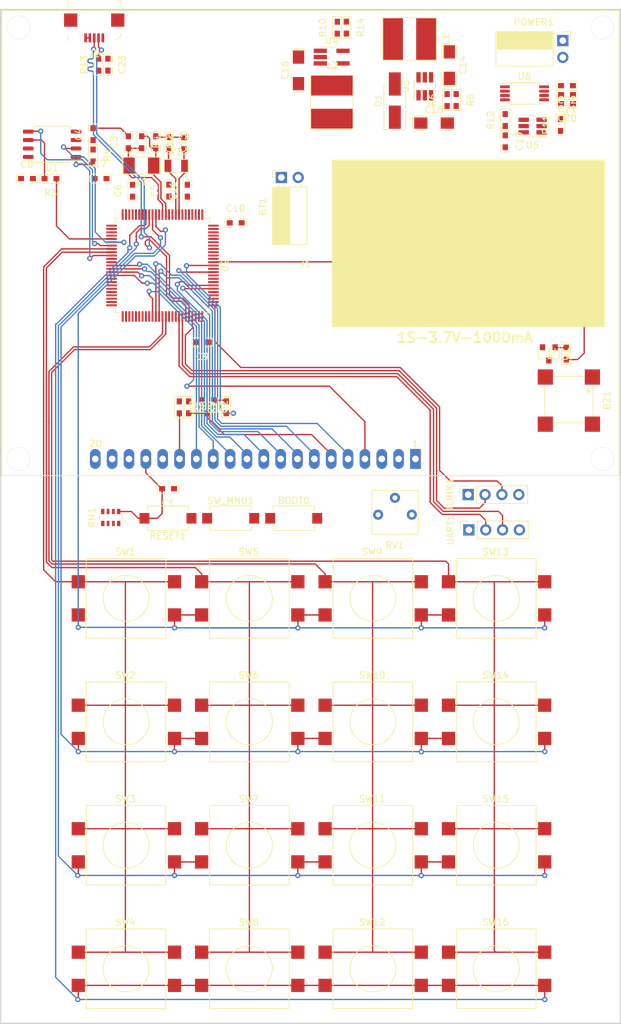
<source format=kicad_pcb>
(kicad_pcb (version 20171130) (host pcbnew 5.0.2+dfsg1-1~bpo9+1)
  (layers (0 F.Cu signal) (31 B.Cu signal) (34 B.Paste user) (35 F.Paste user) (36 B.SilkS user) (37 F.SilkS user) (38 B.Mask user) (39 F.Mask user) (44 Edge.Cuts user))
  (net 0 "")
  (net 1 /BOOT0)
  (net 2 +3V3)
  (net 3 -BATT)
  (net 4 +BATT)
  (net 5 +5V)
  (net 6 "Net-(BZ1-Pad2)")
  (net 7 /LCD_RST)
  (net 8 Earth)
  (net 9 "Net-(C2-Pad2)")
  (net 10 "Net-(C3-Pad1)")
  (net 11 "/OSC32_IN(PC14)")
  (net 12 "/OSC32_OUT(PC15)")
  (net 13 +VSW)
  (net 14 "Net-(C19-Pad1)")
  (net 15 "Net-(D1-Pad2)")
  (net 16 /LCD_V0)
  (net 17 /LCD_RS)
  (net 18 /FSMC_NWE)
  (net 19 /LCD_EN)
  (net 20 /LCD_DB0)
  (net 21 /LCD_DB1)
  (net 22 /LCD_DB2)
  (net 23 /LCD_DB3)
  (net 24 /LCD_DB4)
  (net 25 /LCD_DB5)
  (net 26 /LCD_DB6)
  (net 27 /LCD_DB7)
  (net 28 /LCD_PSB)
  (net 29 "Net-(J1-Pad16)")
  (net 30 /LCD_VOUT)
  (net 31 "/USB_DP(PA12)")
  (net 32 "/USB_DM(PA11)")
  (net 33 /SWDCLK)
  (net 34 /SWDIO)
  (net 35 "Net-(L2-Pad1)")
  (net 36 /FLASH_CS)
  (net 37 /BUZZ_PIN)
  (net 38 /SPI1_CLK)
  (net 39 "Net-(R3-Pad2)")
  (net 40 "Net-(R5-Pad1)")
  (net 41 /FSMC_NE1)
  (net 42 "Net-(R10-Pad1)")
  (net 43 "Net-(R11-Pad1)")
  (net 44 /BOOT1)
  (net 45 /SW_MNU)
  (net 46 /KP_R1)
  (net 47 /KP_C1)
  (net 48 /KP_R2)
  (net 49 /KP_R3)
  (net 50 /KP_R4)
  (net 51 /KP_C2)
  (net 52 /KP_C3)
  (net 53 /KP_C4)
  (net 54 /SPI1_MISO)
  (net 55 /SPI1_MOSI)
  (net 56 "Net-(U2-Pad1)")
  (net 57 "Net-(U2-Pad2)")
  (net 58 "Net-(U2-Pad4)")
  (net 59 "Net-(U2-Pad5)")
  (net 60 "Net-(U2-Pad7)")
  (net 61 "Net-(U2-Pad20)")
  (net 62 "Net-(U2-Pad21)")
  (net 63 /SYS_WKUP)
  (net 64 /ADC1_IN1)
  (net 65 /TIM2_CH3)
  (net 66 "Net-(U2-Pad26)")
  (net 67 "Net-(U2-Pad29)")
  (net 68 "Net-(U2-Pad36)")
  (net 69 "Net-(U2-Pad42)")
  (net 70 "Net-(U2-Pad43)")
  (net 71 "Net-(U2-Pad44)")
  (net 72 "Net-(U2-Pad45)")
  (net 73 "Net-(U2-Pad46)")
  (net 74 "Net-(U2-Pad47)")
  (net 75 "Net-(U2-Pad48)")
  (net 76 "Net-(U2-Pad51)")
  (net 77 "Net-(U2-Pad52)")
  (net 78 "Net-(U2-Pad53)")
  (net 79 "Net-(U2-Pad54)")
  (net 80 "Net-(U2-Pad55)")
  (net 81 "Net-(U2-Pad56)")
  (net 82 "Net-(U2-Pad57)")
  (net 83 "Net-(U2-Pad58)")
  (net 84 "Net-(U2-Pad59)")
  (net 85 /SDIO_D0)
  (net 86 /SDIO_D1)
  (net 87 "Net-(U2-Pad67)")
  (net 88 "/UART1_TX(PA9)")
  (net 89 "/UART1_RX(PA10)")
  (net 90 "Net-(U2-Pad73)")
  (net 91 "Net-(U2-Pad77)")
  (net 92 /SDIO_D2)
  (net 93 /SDIO_D3)
  (net 94 /SDIO_CK)
  (net 95 /SDIO_CMD)
  (net 96 "Net-(U2-Pad84)")
  (net 97 /FSMC_NOE)
  (net 98 "Net-(U2-Pad87)")
  (net 99 "Net-(U2-Pad90)")
  (net 100 "Net-(U2-Pad91)")
  (net 101 /I2C1_SCL)
  (net 102 /I2C1_SDA)
  (net 103 /CAN_RX)
  (net 104 /CAN_TX)
  (net 105 "Net-(U2-Pad97)")
  (net 106 "Net-(U2-Pad98)")
  (net 107 "Net-(U3-Pad6)")
  (net 108 "Net-(U5-Pad1)")
  (net 109 "Net-(U5-Pad3)")
  (net 110 "Net-(U5-Pad4)")
  (net 111 "Net-(U6-Pad1)")
  (net 112 "Net-(U6-Pad8)")
  (net 113 "Net-(Q1-Pad1)")
  (net 114 "Net-(Q2-Pad1)")
  (module "MyKiCadLib:GraphicLCD_128x44(ST7920)" (layer F.Cu) (at 107.24 61.8)
    (fp_text reference J1 (at -0.3 2.4) (layer F.SilkS))
    (fp_text value Conn_LCD)
    (fp_text user 1 (at 16.3 29.5) (layer F.SilkS))
    (fp_text user 20 (at -31.9 29.5) (layer F.SilkS))
    (pad 1 thru_hole rect (at 16.32 31.8 90) (size 3 1.6) (drill 1) (layers *.Cu *.Mask) (net 8 Earth))
    (pad 2 thru_hole oval (at 13.78 31.8 90) (size 3 1.6) (drill 1) (layers *.Cu *.Mask) (net 5 +5V))
    (pad 3 thru_hole oval (at 11.24 31.8 90) (size 3 1.6) (drill 1) (layers *.Cu *.Mask) (net 16 /LCD_V0))
    (pad 4 thru_hole oval (at 8.7 31.8 90) (size 3 1.6) (drill 1) (layers *.Cu *.Mask) (net 17 /LCD_RS))
    (pad 5 thru_hole oval (at 6.16 31.8 90) (size 3 1.6) (drill 1) (layers *.Cu *.Mask) (net 18 /FSMC_NWE))
    (pad 6 thru_hole oval (at 3.62 31.8 90) (size 3 1.6) (drill 1) (layers *.Cu *.Mask) (net 19 /LCD_EN))
    (pad 7 thru_hole oval (at 1.08 31.8 90) (size 3 1.6) (drill 1) (layers *.Cu *.Mask) (net 20 /LCD_DB0))
    (pad 8 thru_hole oval (at -1.46 31.8 90) (size 3 1.6) (drill 1) (layers *.Cu *.Mask) (net 21 /LCD_DB1))
    (pad 9 thru_hole oval (at -4 31.8 90) (size 3 1.6) (drill 1) (layers *.Cu *.Mask) (net 22 /LCD_DB2))
    (pad 10 thru_hole oval (at -6.54 31.8 90) (size 3 1.6) (drill 1) (layers *.Cu *.Mask) (net 23 /LCD_DB3))
    (pad 11 thru_hole oval (at -9.08 31.8 90) (size 3 1.6) (drill 1) (layers *.Cu *.Mask) (net 24 /LCD_DB4))
    (pad 12 thru_hole oval (at -11.62 31.8 90) (size 3 1.6) (drill 1) (layers *.Cu *.Mask) (net 25 /LCD_DB5))
    (pad 13 thru_hole oval (at -14.16 31.8 90) (size 3 1.6) (drill 1) (layers *.Cu *.Mask) (net 26 /LCD_DB6))
    (pad 14 thru_hole oval (at -16.7 31.8 90) (size 3 1.6) (drill 1) (layers *.Cu *.Mask) (net 27 /LCD_DB7))
    (pad 15 thru_hole oval (at -19.24 31.8 90) (size 3 1.6) (drill 1) (layers *.Cu *.Mask) (net 28 /LCD_PSB))
    (pad 16 thru_hole oval (at -21.78 31.8 90) (size 3 1.6) (drill 1) (layers *.Cu *.Mask) (net 29 "Net-(J1-Pad16)"))
    (pad 17 thru_hole oval (at -24.32 31.8 90) (size 3 1.6) (drill 1) (layers *.Cu *.Mask) (net 7 /LCD_RST))
    (pad 18 thru_hole oval (at -26.86 31.8 90) (size 3 1.6) (drill 1) (layers *.Cu *.Mask) (net 30 /LCD_VOUT))
    (pad 19 thru_hole oval (at -29.4 31.8 90) (size 3 1.6) (drill 1) (layers *.Cu *.Mask) (net 5 +5V))
    (pad 20 thru_hole oval (at -31.94 31.8 90) (size 3 1.6) (drill 1) (layers *.Cu *.Mask) (net 8 Earth))
    (pad "" thru_hole circle (at 44.5 31.8) (size 3.5 3.5) (drill 3.5) (layers *.Cu *.Mask))
    (pad "" thru_hole circle (at -43.5 31.8) (size 3.5 3.5) (drill 3.5) (layers *.Cu *.Mask))
    (pad "" thru_hole circle (at -43.5 -33.2) (size 3.5 3.5) (drill 3.5) (layers *.Cu *.Mask))
    (pad "" thru_hole circle (at 44.5 -33.2) (size 3.5 3.5) (drill 3.5) (layers *.Cu *.Mask))
  )
  (module MyKiCadLib:SW_3x6x5_2Pin_SMD (layer F.Cu) (at 105.21 102.54)
    (fp_text reference BOOT0 (at 0 -2.65) (layer F.SilkS))
    (fp_text value SW_SPST)
    (pad 2 smd rect (at 3.54 0) (size 1.5 1.6) (layers F.Cu F.Paste F.Mask) (net 1 /BOOT0))
    (pad 1 smd rect (at -3.55 0) (size 1.5 1.6) (layers F.Cu F.Paste F.Mask) (net 2 +3V3))
  )
  (module "MyKiCadLib:BUZZER MLT-8530" (layer F.Cu) (at 147.23 84.86 270)
    (fp_text reference BZ1 (at -0.1 -5.2 270) (layer F.SilkS))
    (fp_text value Buzzer)
    (fp_text user + (at -1.5 -2.3 270) (layer F.SilkS))
    (pad 1 smd rect (at -3.6 -3 270) (size 2.3 2.3) (layers F.Cu F.Paste F.Mask) (net 5 +5V))
    (pad 2 smd rect (at -3.6 4.1 270) (size 2.3 2.3) (layers F.Cu F.Paste F.Mask) (net 6 "Net-(BZ1-Pad2)"))
    (pad "" smd rect (at 3.5 -3 270) (size 2.3 2.3) (layers F.Cu F.Paste F.Mask))
    (pad "" smd rect (at 3.5 4.1 270) (size 2.3 2.3) (layers F.Cu F.Paste F.Mask))
  )
  (module MyKiCadLib:C0603_HandSoldering (layer F.Cu) (at 86.27 98.09 180)
    (fp_text reference C1 (at -0.01 -2.17 180) (layer F.SilkS))
    (fp_text value 104)
    (pad 2 smd rect (at 0.9 0 180) (size 0.9 0.8) (layers F.Cu F.Paste F.Mask) (net 7 /LCD_RST))
    (pad 1 smd rect (at -0.9 0 180) (size 0.9 0.8) (layers F.Cu F.Paste F.Mask) (net 8 Earth))
  )
  (module MyKiCadLib:C0603_HandSoldering (layer F.Cu) (at 84.4195 45.890131 270)
    (fp_text reference C2 (at -0.01 -2.17 270) (layer F.SilkS))
    (fp_text value 22P)
    (pad 1 smd rect (at -0.9 0 270) (size 0.9 0.8) (layers F.Cu F.Paste F.Mask) (net 8 Earth))
    (pad 2 smd rect (at 0.9 0 270) (size 0.9 0.8) (layers F.Cu F.Paste F.Mask) (net 9 "Net-(C2-Pad2)"))
  )
  (module MyKiCadLib:C0603_HandSoldering (layer F.Cu) (at 80.290501 45.9 90)
    (fp_text reference C3 (at -0.01 -2.17 90) (layer F.SilkS))
    (fp_text value 22P)
    (pad 1 smd rect (at -0.9 0 90) (size 0.9 0.8) (layers F.Cu F.Paste F.Mask) (net 10 "Net-(C3-Pad1)"))
    (pad 2 smd rect (at 0.9 0 90) (size 0.9 0.8) (layers F.Cu F.Paste F.Mask) (net 8 Earth))
  )
  (module MyKiCadLib:C0603_HandSoldering (layer F.Cu) (at 74.97 44.68 90)
    (fp_text reference C4 (at -0.01 -2.17 90) (layer F.SilkS))
    (fp_text value 104)
    (pad 1 smd rect (at -0.9 0 90) (size 0.9 0.8) (layers F.Cu F.Paste F.Mask) (net 2 +3V3))
    (pad 2 smd rect (at 0.9 0 90) (size 0.9 0.8) (layers F.Cu F.Paste F.Mask) (net 8 Earth))
  )
  (module MyKiCadLib:C0603_HandSoldering (layer F.Cu) (at 86.4 53.18 90)
    (fp_text reference C5 (at -0.01 -2.17 90) (layer F.SilkS))
    (fp_text value 104)
    (pad 2 smd rect (at 0.9 0 90) (size 0.9 0.8) (layers F.Cu F.Paste F.Mask) (net 8 Earth))
    (pad 1 smd rect (at -0.9 0 90) (size 0.9 0.8) (layers F.Cu F.Paste F.Mask) (net 2 +3V3))
  )
  (module MyKiCadLib:C0603_HandSoldering (layer F.Cu) (at 80.92 53.19 90)
    (fp_text reference C6 (at -0.01 -2.17 90) (layer F.SilkS))
    (fp_text value 104)
    (pad 2 smd rect (at 0.9 0 90) (size 0.9 0.8) (layers F.Cu F.Paste F.Mask) (net 8 Earth))
    (pad 1 smd rect (at -0.9 0 90) (size 0.9 0.8) (layers F.Cu F.Paste F.Mask) (net 2 +3V3))
  )
  (module MyKiCadLib:C0603_HandSoldering (layer F.Cu) (at 76.09 51.37)
    (fp_text reference C7 (at -0.01 -2.17) (layer F.SilkS))
    (fp_text value 104)
    (pad 2 smd rect (at 0.9 0) (size 0.9 0.8) (layers F.Cu F.Paste F.Mask) (net 8 Earth))
    (pad 1 smd rect (at -0.9 0) (size 0.9 0.8) (layers F.Cu F.Paste F.Mask) (net 2 +3V3))
  )
  (module MyKiCadLib:C0603_HandSoldering (layer F.Cu) (at 65.01 51.37)
    (fp_text reference C8 (at -0.01 -2.17) (layer F.SilkS))
    (fp_text value 104)
    (pad 2 smd rect (at 0.9 0) (size 0.9 0.8) (layers F.Cu F.Paste F.Mask) (net 8 Earth))
    (pad 1 smd rect (at -0.9 0) (size 0.9 0.8) (layers F.Cu F.Paste F.Mask) (net 2 +3V3))
  )
  (module MyKiCadLib:C0603_HandSoldering (layer F.Cu) (at 91.45 76.02 180)
    (fp_text reference C9 (at -0.01 -2.17 180) (layer F.SilkS))
    (fp_text value 104)
    (pad 1 smd rect (at -0.9 0 180) (size 0.9 0.8) (layers F.Cu F.Paste F.Mask) (net 2 +3V3))
    (pad 2 smd rect (at 0.9 0 180) (size 0.9 0.8) (layers F.Cu F.Paste F.Mask) (net 8 Earth))
  )
  (module MyKiCadLib:C0603_HandSoldering (layer F.Cu) (at 96.46 58.04)
    (fp_text reference C10 (at -0.01 -2.17) (layer F.SilkS))
    (fp_text value 104)
    (pad 1 smd rect (at -0.9 0) (size 0.9 0.8) (layers F.Cu F.Paste F.Mask) (net 2 +3V3))
    (pad 2 smd rect (at 0.9 0) (size 0.9 0.8) (layers F.Cu F.Paste F.Mask) (net 8 Earth))
  )
  (module MyKiCadLib:C0603_HandSoldering (layer F.Cu) (at 89.18 53.19 90)
    (fp_text reference C11 (at -0.01 -2.17 90) (layer F.SilkS))
    (fp_text value 106)
    (pad 2 smd rect (at 0.9 0 90) (size 0.9 0.8) (layers F.Cu F.Paste F.Mask) (net 8 Earth))
    (pad 1 smd rect (at -0.9 0 90) (size 0.9 0.8) (layers F.Cu F.Paste F.Mask) (net 2 +3V3))
  )
  (module MyKiCadLib:C0603_HandSoldering (layer F.Cu) (at 88.67 46.04 90)
    (fp_text reference C12 (at -0.01 -2.17 90) (layer F.SilkS))
    (fp_text value 12P)
    (pad 1 smd rect (at -0.9 0 90) (size 0.9 0.8) (layers F.Cu F.Paste F.Mask) (net 11 "/OSC32_IN(PC14)"))
    (pad 2 smd rect (at 0.9 0 90) (size 0.9 0.8) (layers F.Cu F.Paste F.Mask) (net 8 Earth))
  )
  (module MyKiCadLib:C0603_HandSoldering (layer F.Cu) (at 86.331 46.030131 270)
    (fp_text reference C13 (at -0.01 -2.17 270) (layer F.SilkS))
    (fp_text value 12P)
    (pad 2 smd rect (at 0.9 0 270) (size 0.9 0.8) (layers F.Cu F.Paste F.Mask) (net 12 "/OSC32_OUT(PC15)"))
    (pad 1 smd rect (at -0.9 0 270) (size 0.9 0.8) (layers F.Cu F.Paste F.Mask) (net 8 Earth))
  )
  (module MyKiCadLib:C1206_HandSoldering (layer F.Cu) (at 128.67 34.28 270)
    (fp_text reference C14 (at 0 -2.03 270) (layer F.SilkS))
    (fp_text value C1206/22uF/16V)
    (pad 2 smd rect (at 2 0 270) (size 2 1.7) (layers F.Cu F.Paste F.Mask) (net 8 Earth))
    (pad 1 smd rect (at -2 0 270) (size 2 1.7) (layers F.Cu F.Paste F.Mask) (net 13 +VSW))
  )
  (module MyKiCadLib:C1206_HandSoldering (layer F.Cu) (at 126.36 43.01)
    (fp_text reference C15 (at 0 -2.03) (layer F.SilkS))
    (fp_text value C1206/22uF/16V)
    (pad 1 smd rect (at -2 0) (size 2 1.7) (layers F.Cu F.Paste F.Mask) (net 5 +5V))
    (pad 2 smd rect (at 2 0) (size 2 1.7) (layers F.Cu F.Paste F.Mask) (net 8 Earth))
  )
  (module MyKiCadLib:C1206_HandSoldering (layer F.Cu) (at 105.93 35.07 90)
    (fp_text reference C16 (at 0 -2.03 90) (layer F.SilkS))
    (fp_text value C1206/22uF/16V)
    (pad 1 smd rect (at -2 0 90) (size 2 1.7) (layers F.Cu F.Paste F.Mask) (net 2 +3V3))
    (pad 2 smd rect (at 2 0 90) (size 2 1.7) (layers F.Cu F.Paste F.Mask) (net 8 Earth))
  )
  (module MyKiCadLib:C0603_HandSoldering (layer F.Cu) (at 137.09 45.76 270)
    (fp_text reference C19 (at -0.01 -2.17 270) (layer F.SilkS))
    (fp_text value 104)
    (pad 1 smd rect (at -0.9 0 270) (size 0.9 0.8) (layers F.Cu F.Paste F.Mask) (net 14 "Net-(C19-Pad1)"))
    (pad 2 smd rect (at 0.9 0 270) (size 0.9 0.8) (layers F.Cu F.Paste F.Mask) (net 3 -BATT))
  )
  (module MyKiCadLib:C0603_HandSoldering (layer F.Cu) (at 146.41 40.09 180)
    (fp_text reference C20 (at -0.01 -2.17 180) (layer F.SilkS))
    (fp_text value 104)
    (pad 2 smd rect (at 0.9 0 180) (size 0.9 0.8) (layers F.Cu F.Paste F.Mask) (net 8 Earth))
    (pad 1 smd rect (at -0.9 0 180) (size 0.9 0.8) (layers F.Cu F.Paste F.Mask) (net 13 +VSW))
  )
  (module MyKiCadLib:C0603_HandSoldering (layer F.Cu) (at 146.4 38.73 180)
    (fp_text reference C21 (at -0.01 -2.17 180) (layer F.SilkS))
    (fp_text value 10u)
    (pad 1 smd rect (at -0.9 0 180) (size 0.9 0.8) (layers F.Cu F.Paste F.Mask) (net 13 +VSW))
    (pad 2 smd rect (at 0.9 0 180) (size 0.9 0.8) (layers F.Cu F.Paste F.Mask) (net 8 Earth))
  )
  (module MyKiCadLib:C0603_HandSoldering (layer F.Cu) (at 146.39 37.37 180)
    (fp_text reference C22 (at -0.01 -2.17 180) (layer F.SilkS))
    (fp_text value 10u)
    (pad 2 smd rect (at 0.9 0 180) (size 0.9 0.8) (layers F.Cu F.Paste F.Mask) (net 8 Earth))
    (pad 1 smd rect (at -0.9 0 180) (size 0.9 0.8) (layers F.Cu F.Paste F.Mask) (net 13 +VSW))
  )
  (module MyKiCadLib:C0603_HandSoldering (layer F.Cu) (at 77.2 34.21 270)
    (fp_text reference C23 (at -0.01 -2.17 270) (layer F.SilkS))
    (fp_text value 10u)
    (pad 1 smd rect (at -0.9 0 270) (size 0.9 0.8) (layers F.Cu F.Paste F.Mask) (net 4 +BATT))
    (pad 2 smd rect (at 0.9 0 270) (size 0.9 0.8) (layers F.Cu F.Paste F.Mask) (net 8 Earth))
  )
  (module Diode_SMD:D_SMA_Handsoldering (layer F.Cu) (at 120.45 39.62 90)
    (fp_text reference D1 (at 0 -2.5 90) (layer F.SilkS))
    (fp_text value SS34)
    (pad 1 smd rect (at -2.5 0 90) (size 3.5 1.8) (layers F.Cu F.Paste F.Mask) (net 5 +5V))
    (pad 2 smd rect (at 2.5 0 90) (size 3.5 1.8) (layers F.Cu F.Paste F.Mask) (net 15 "Net-(D1-Pad2)"))
  )
  (module MyKiCadLib:USB_Micro_B_Female_SMD (layer F.Cu) (at 75.14 27.82 180)
    (fp_text reference J2 (at 0 -4.75 180) (layer F.SilkS))
    (fp_text value USB_OTG)
    (pad 3 smd rect (at 0 -2.35 180) (size 0.4 1.35) (layers F.Cu F.Paste F.Mask) (net 31 "/USB_DP(PA12)"))
    (pad 4 smd rect (at 0.65 -2.35 180) (size 0.4 1.35) (layers F.Cu F.Paste F.Mask) (net 8 Earth))
    (pad 5 smd rect (at 1.3 -2.35 180) (size 0.4 1.35) (layers F.Cu F.Paste F.Mask) (net 8 Earth))
    (pad 2 smd rect (at -0.65 -2.35 180) (size 0.4 1.35) (layers F.Cu F.Paste F.Mask) (net 32 "/USB_DM(PA11)"))
    (pad 1 smd rect (at -1.3 -2.35 180) (size 0.4 1.35) (layers F.Cu F.Paste F.Mask) (net 4 +BATT))
    (pad 6 smd rect (at 3.55 0.325 180) (size 2 2) (layers F.Cu F.Paste F.Mask) (net 8 Earth))
    (pad 6 smd rect (at -3.55 0.325 180) (size 2 2) (layers F.Cu F.Paste F.Mask) (net 8 Earth))
    (pad "" thru_hole circle (at -2 -1.8 216) (size 0.55 0.55) (drill 0.55) (layers *.Cu *.Mask))
    (pad "" thru_hole circle (at 2 -1.8 216) (size 0.55 0.55) (drill 0.55) (layers *.Cu *.Mask))
  )
  (module Connector_PinSocket_2.54mm:PinSocket_1x04_P2.54mm_Vertical (layer F.Cu) (at 131.51 98.97 90)
    (fp_text reference JLINK1 (at 0 -2.77 90) (layer F.SilkS))
    (fp_text value Conn_JLINK)
    (pad 4 thru_hole oval (at 0 7.62 90) (size 1.7 1.7) (drill 1) (layers *.Cu *.Mask) (net 8 Earth))
    (pad 3 thru_hole oval (at 0 5.08 90) (size 1.7 1.7) (drill 1) (layers *.Cu *.Mask) (net 33 /SWDCLK))
    (pad 2 thru_hole oval (at 0 2.54 90) (size 1.7 1.7) (drill 1) (layers *.Cu *.Mask) (net 34 /SWDIO))
    (pad 1 thru_hole rect (at 0 0 90) (size 1.7 1.7) (drill 1) (layers *.Cu *.Mask) (net 2 +3V3))
  )
  (module "MyKiCadLib:INDUCTOR 5D28-5D18" (layer F.Cu) (at 123.044999 30.45 270)
    (fp_text reference L1 (at 0 -5.1 270) (layer F.SilkS))
    (fp_text value 5D28/10uH/1.5A)
    (pad 2 smd rect (at -0.09 2.87 270) (size 6.3 3) (layers F.Cu F.Paste F.Mask) (net 15 "Net-(D1-Pad2)"))
    (pad 1 smd rect (at -0.09 -2.12 270) (size 6.3 3) (layers F.Cu F.Paste F.Mask) (net 13 +VSW))
  )
  (module "MyKiCadLib:INDUCTOR 5D28-5D18" (layer F.Cu) (at 111.06 39.48)
    (fp_text reference L2 (at 0 -5.1) (layer F.SilkS))
    (fp_text value 5D28/2.2uH/1A)
    (pad 1 smd rect (at -0.09 -2.12) (size 6.3 3) (layers F.Cu F.Paste F.Mask) (net 35 "Net-(L2-Pad1)"))
    (pad 2 smd rect (at -0.09 2.87) (size 6.3 3) (layers F.Cu F.Paste F.Mask) (net 2 +3V3))
  )
  (module MyKiCadLib:R0603_HandSoldering (layer F.Cu) (at 74.97 47.89 270)
    (fp_text reference R1 (at -0.01 -2.17 270) (layer F.SilkS))
    (fp_text value 10K)
    (pad 2 smd rect (at 0.9 0 270) (size 0.9 0.8) (layers F.Cu F.Paste F.Mask) (net 36 /FLASH_CS))
    (pad 1 smd rect (at -0.9 0 270) (size 0.9 0.8) (layers F.Cu F.Paste F.Mask) (net 2 +3V3))
  )
  (module MyKiCadLib:R0603_HandSoldering (layer F.Cu) (at 146.29 77.73 90)
    (fp_text reference R2 (at -0.01 -2.17 90) (layer F.SilkS))
    (fp_text value 1K)
    (pad 2 smd rect (at 0.9 0 90) (size 0.9 0.8) (layers F.Cu F.Paste F.Mask) (net 113 "Net-(Q1-Pad1)"))
    (pad 1 smd rect (at -0.9 0 90) (size 0.9 0.8) (layers F.Cu F.Paste F.Mask) (net 37 /BUZZ_PIN))
  )
  (module MyKiCadLib:R0603_HandSoldering (layer F.Cu) (at 68.55 51.38 180)
    (fp_text reference R3 (at -0.01 -2.17 180) (layer F.SilkS))
    (fp_text value 22R)
    (pad 1 smd rect (at -0.9 0 180) (size 0.9 0.8) (layers F.Cu F.Paste F.Mask) (net 38 /SPI1_CLK))
    (pad 2 smd rect (at 0.9 0 180) (size 0.9 0.8) (layers F.Cu F.Paste F.Mask) (net 39 "Net-(R3-Pad2)"))
  )
  (module MyKiCadLib:R0603_HandSoldering (layer F.Cu) (at 82.29 45.889631 270)
    (fp_text reference R4 (at -0.01 -2.17 270) (layer F.SilkS))
    (fp_text value 1M)
    (pad 2 smd rect (at 0.9 0 270) (size 0.9 0.8) (layers F.Cu F.Paste F.Mask) (net 10 "Net-(C3-Pad1)"))
    (pad 1 smd rect (at -0.9 0 270) (size 0.9 0.8) (layers F.Cu F.Paste F.Mask) (net 9 "Net-(C2-Pad2)"))
  )
  (module MyKiCadLib:R0603_HandSoldering (layer F.Cu) (at 129.69 39.53 270)
    (fp_text reference R5 (at -0.01 -2.17 270) (layer F.SilkS))
    (fp_text value 150K)
    (pad 1 smd rect (at -0.9 0 270) (size 0.9 0.8) (layers F.Cu F.Paste F.Mask) (net 40 "Net-(R5-Pad1)"))
    (pad 2 smd rect (at 0.9 0 270) (size 0.9 0.8) (layers F.Cu F.Paste F.Mask) (net 5 +5V))
  )
  (module MyKiCadLib:R0603_HandSoldering (layer F.Cu) (at 128.33 39.54 90)
    (fp_text reference R6 (at -0.01 -2.17 90) (layer F.SilkS))
    (fp_text value 20K)
    (pad 1 smd rect (at -0.9 0 90) (size 0.9 0.8) (layers F.Cu F.Paste F.Mask) (net 8 Earth))
    (pad 2 smd rect (at 0.9 0 90) (size 0.9 0.8) (layers F.Cu F.Paste F.Mask) (net 40 "Net-(R5-Pad1)"))
  )
  (module MyKiCadLib:R0603_HandSoldering (layer F.Cu) (at 87.97 85.83 270)
    (fp_text reference R7 (at -0.01 -2.17 270) (layer F.SilkS))
    (fp_text value 1K)
    (pad 2 smd rect (at 0.9 0 270) (size 0.9 0.8) (layers F.Cu F.Paste F.Mask) (net 28 /LCD_PSB))
    (pad 1 smd rect (at -0.9 0 270) (size 0.9 0.8) (layers F.Cu F.Paste F.Mask) (net 5 +5V))
  )
  (module MyKiCadLib:R0603_HandSoldering (layer F.Cu) (at 89.37 85.83 270)
    (fp_text reference R8 (at -0.01 -2.17 270) (layer F.SilkS))
    (fp_text value 10K)
    (pad 2 smd rect (at 0.9 0 270) (size 0.9 0.8) (layers F.Cu F.Paste F.Mask) (net 19 /LCD_EN))
    (pad 1 smd rect (at -0.9 0 270) (size 0.9 0.8) (layers F.Cu F.Paste F.Mask) (net 5 +5V))
  )
  (module MyKiCadLib:R0603_HandSoldering (layer F.Cu) (at 95.04 85.82 90)
    (fp_text reference R9 (at -0.01 -2.17 90) (layer F.SilkS))
    (fp_text value 1K)
    (pad 1 smd rect (at -0.9 0 90) (size 0.9 0.8) (layers F.Cu F.Paste F.Mask) (net 41 /FSMC_NE1))
    (pad 2 smd rect (at 0.9 0 90) (size 0.9 0.8) (layers F.Cu F.Paste F.Mask) (net 114 "Net-(Q2-Pad1)"))
  )
  (module MyKiCadLib:R0603_HandSoldering (layer F.Cu) (at 111.78 28.64 90)
    (fp_text reference R10 (at -0.01 -2.17 90) (layer F.SilkS))
    (fp_text value 15K)
    (pad 2 smd rect (at 0.9 0 90) (size 0.9 0.8) (layers F.Cu F.Paste F.Mask) (net 2 +3V3))
    (pad 1 smd rect (at -0.9 0 90) (size 0.9 0.8) (layers F.Cu F.Paste F.Mask) (net 42 "Net-(R10-Pad1)"))
  )
  (module MyKiCadLib:R0603_HandSoldering (layer F.Cu) (at 145.42 43.29 90)
    (fp_text reference R11 (at -0.01 -2.17 90) (layer F.SilkS))
    (fp_text value 1K)
    (pad 2 smd rect (at 0.9 0 90) (size 0.9 0.8) (layers F.Cu F.Paste F.Mask) (net 8 Earth))
    (pad 1 smd rect (at -0.9 0 90) (size 0.9 0.8) (layers F.Cu F.Paste F.Mask) (net 43 "Net-(R11-Pad1)"))
  )
  (module MyKiCadLib:R0603_HandSoldering (layer F.Cu) (at 137.09 42.55 90)
    (fp_text reference R12 (at -0.01 -2.17 90) (layer F.SilkS))
    (fp_text value 100)
    (pad 1 smd rect (at -0.9 0 90) (size 0.9 0.8) (layers F.Cu F.Paste F.Mask) (net 14 "Net-(C19-Pad1)"))
    (pad 2 smd rect (at 0.9 0 90) (size 0.9 0.8) (layers F.Cu F.Paste F.Mask) (net 4 +BATT))
  )
  (module MyKiCadLib:R0603_HandSoldering (layer F.Cu) (at 75.8 34.21 90)
    (fp_text reference R13 (at -0.01 -2.17 90) (layer F.SilkS))
    (fp_text value 1.5K)
    (pad 1 smd rect (at -0.9 0 90) (size 0.9 0.8) (layers F.Cu F.Paste F.Mask) (net 2 +3V3))
    (pad 2 smd rect (at 0.9 0 90) (size 0.9 0.8) (layers F.Cu F.Paste F.Mask) (net 32 "/USB_DM(PA11)"))
  )
  (module MyKiCadLib:R0603_HandSoldering (layer F.Cu) (at 113.14 28.63 270)
    (fp_text reference R14 (at -0.01 -2.17 270) (layer F.SilkS))
    (fp_text value 3.3K)
    (pad 1 smd rect (at -0.9 0 270) (size 0.9 0.8) (layers F.Cu F.Paste F.Mask) (net 8 Earth))
    (pad 2 smd rect (at 0.9 0 270) (size 0.9 0.8) (layers F.Cu F.Paste F.Mask) (net 42 "Net-(R10-Pad1)"))
  )
  (module MyKiCadLib:SW_3x6x5_2Pin_SMD (layer F.Cu) (at 86.25 102.54 180)
    (fp_text reference RESET1 (at 0 -2.65 180) (layer F.SilkS))
    (fp_text value SW_SPST)
    (pad 2 smd rect (at 3.54 0 180) (size 1.5 1.6) (layers F.Cu F.Paste F.Mask) (net 7 /LCD_RST))
    (pad 1 smd rect (at -3.55 0 180) (size 1.5 1.6) (layers F.Cu F.Paste F.Mask) (net 8 Earth))
  )
  (module Resistor_SMD:R_Array_Convex_4x0603 (layer F.Cu) (at 77.63 102.42 90)
    (fp_text reference RN1 (at 0 -2.8 90) (layer F.SilkS))
    (fp_text value R_Pack04/10K)
    (pad 1 smd rect (at -0.9 -1.2 90) (size 0.8 0.5) (layers F.Cu F.Paste F.Mask) (net 8 Earth))
    (pad 3 smd rect (at -0.9 0.4 90) (size 0.8 0.4) (layers F.Cu F.Paste F.Mask) (net 2 +3V3))
    (pad 2 smd rect (at -0.9 -0.4 90) (size 0.8 0.4) (layers F.Cu F.Paste F.Mask) (net 8 Earth))
    (pad 4 smd rect (at -0.9 1.2 90) (size 0.8 0.5) (layers F.Cu F.Paste F.Mask) (net 2 +3V3))
    (pad 7 smd rect (at 0.9 -0.4 90) (size 0.8 0.4) (layers F.Cu F.Paste F.Mask) (net 1 /BOOT0))
    (pad 8 smd rect (at 0.9 -1.2 90) (size 0.8 0.5) (layers F.Cu F.Paste F.Mask) (net 44 /BOOT1))
    (pad 6 smd rect (at 0.9 0.4 90) (size 0.8 0.4) (layers F.Cu F.Paste F.Mask) (net 45 /SW_MNU))
    (pad 5 smd rect (at 0.9 1.2 90) (size 0.8 0.5) (layers F.Cu F.Paste F.Mask) (net 7 /LCD_RST))
  )
  (module MyKiCadLib:3362_potentiometer (layer F.Cu) (at 120.44 101.5 180)
    (fp_text reference RV1 (at 0 -5.1 180) (layer F.SilkS))
    (fp_text value R_POT/10K)
    (pad 1 thru_hole circle (at -2.57 -0.5 180) (size 1.524 1.524) (drill 0.762) (layers *.Cu *.Mask) (net 8 Earth))
    (pad 2 thru_hole circle (at -0.03 2.04 180) (size 1.524 1.524) (drill 0.762) (layers *.Cu *.Mask) (net 16 /LCD_V0))
    (pad 3 thru_hole circle (at 2.51 -0.5 180) (size 1.524 1.524) (drill 0.762) (layers *.Cu *.Mask) (net 30 /LCD_VOUT))
  )
  (module "MyKiCadLib:BUTTON 12X12 4PIN SMD" (layer F.Cu) (at 79.84 114.7)
    (fp_text reference SW1 (at 0 -7.1) (layer F.SilkS))
    (fp_text value "KEY 1")
    (pad 2 smd rect (at 7.4 2.4) (size 2 2) (layers F.Cu F.Paste F.Mask) (net 46 /KP_R1))
    (pad 1 smd rect (at 7.4 -2.6) (size 2 2) (layers F.Cu F.Paste F.Mask) (net 47 /KP_C1))
    (pad 2 smd rect (at -7.1 2.4) (size 2 2) (layers F.Cu F.Paste F.Mask) (net 46 /KP_R1))
    (pad 1 smd rect (at -7.1 -2.6) (size 2 2) (layers F.Cu F.Paste F.Mask) (net 47 /KP_C1))
  )
  (module "MyKiCadLib:BUTTON 12X12 4PIN SMD" (layer F.Cu) (at 79.84 133.3)
    (fp_text reference SW2 (at 0 -7.1) (layer F.SilkS))
    (fp_text value "KEY 4")
    (pad 2 smd rect (at 7.4 2.4) (size 2 2) (layers F.Cu F.Paste F.Mask) (net 48 /KP_R2))
    (pad 1 smd rect (at 7.4 -2.6) (size 2 2) (layers F.Cu F.Paste F.Mask) (net 47 /KP_C1))
    (pad 2 smd rect (at -7.1 2.4) (size 2 2) (layers F.Cu F.Paste F.Mask) (net 48 /KP_R2))
    (pad 1 smd rect (at -7.1 -2.6) (size 2 2) (layers F.Cu F.Paste F.Mask) (net 47 /KP_C1))
  )
  (module "MyKiCadLib:BUTTON 12X12 4PIN SMD" (layer F.Cu) (at 79.84 151.9)
    (fp_text reference SW3 (at 0 -7.1) (layer F.SilkS))
    (fp_text value "KEY 7")
    (pad 2 smd rect (at 7.4 2.4) (size 2 2) (layers F.Cu F.Paste F.Mask) (net 49 /KP_R3))
    (pad 1 smd rect (at 7.4 -2.6) (size 2 2) (layers F.Cu F.Paste F.Mask) (net 47 /KP_C1))
    (pad 2 smd rect (at -7.1 2.4) (size 2 2) (layers F.Cu F.Paste F.Mask) (net 49 /KP_R3))
    (pad 1 smd rect (at -7.1 -2.6) (size 2 2) (layers F.Cu F.Paste F.Mask) (net 47 /KP_C1))
  )
  (module "MyKiCadLib:BUTTON 12X12 4PIN SMD" (layer F.Cu) (at 79.84 170.5)
    (fp_text reference SW4 (at 0 -7.1) (layer F.SilkS))
    (fp_text value "KEY A")
    (pad 2 smd rect (at 7.4 2.4) (size 2 2) (layers F.Cu F.Paste F.Mask) (net 50 /KP_R4))
    (pad 1 smd rect (at 7.4 -2.6) (size 2 2) (layers F.Cu F.Paste F.Mask) (net 47 /KP_C1))
    (pad 2 smd rect (at -7.1 2.4) (size 2 2) (layers F.Cu F.Paste F.Mask) (net 50 /KP_R4))
    (pad 1 smd rect (at -7.1 -2.6) (size 2 2) (layers F.Cu F.Paste F.Mask) (net 47 /KP_C1))
  )
  (module "MyKiCadLib:BUTTON 12X12 4PIN SMD" (layer F.Cu) (at 98.43 114.7)
    (fp_text reference SW5 (at 0 -7.1) (layer F.SilkS))
    (fp_text value "KEY 2")
    (pad 1 smd rect (at -7.1 -2.6) (size 2 2) (layers F.Cu F.Paste F.Mask) (net 51 /KP_C2))
    (pad 2 smd rect (at -7.1 2.4) (size 2 2) (layers F.Cu F.Paste F.Mask) (net 46 /KP_R1))
    (pad 1 smd rect (at 7.4 -2.6) (size 2 2) (layers F.Cu F.Paste F.Mask) (net 51 /KP_C2))
    (pad 2 smd rect (at 7.4 2.4) (size 2 2) (layers F.Cu F.Paste F.Mask) (net 46 /KP_R1))
  )
  (module "MyKiCadLib:BUTTON 12X12 4PIN SMD" (layer F.Cu) (at 98.43 133.3)
    (fp_text reference SW6 (at 0 -7.1) (layer F.SilkS))
    (fp_text value "KEY 5")
    (pad 1 smd rect (at -7.1 -2.6) (size 2 2) (layers F.Cu F.Paste F.Mask) (net 51 /KP_C2))
    (pad 2 smd rect (at -7.1 2.4) (size 2 2) (layers F.Cu F.Paste F.Mask) (net 48 /KP_R2))
    (pad 1 smd rect (at 7.4 -2.6) (size 2 2) (layers F.Cu F.Paste F.Mask) (net 51 /KP_C2))
    (pad 2 smd rect (at 7.4 2.4) (size 2 2) (layers F.Cu F.Paste F.Mask) (net 48 /KP_R2))
  )
  (module "MyKiCadLib:BUTTON 12X12 4PIN SMD" (layer F.Cu) (at 98.43 151.9)
    (fp_text reference SW7 (at 0 -7.1) (layer F.SilkS))
    (fp_text value "KEY 8")
    (pad 1 smd rect (at -7.1 -2.6) (size 2 2) (layers F.Cu F.Paste F.Mask) (net 51 /KP_C2))
    (pad 2 smd rect (at -7.1 2.4) (size 2 2) (layers F.Cu F.Paste F.Mask) (net 49 /KP_R3))
    (pad 1 smd rect (at 7.4 -2.6) (size 2 2) (layers F.Cu F.Paste F.Mask) (net 51 /KP_C2))
    (pad 2 smd rect (at 7.4 2.4) (size 2 2) (layers F.Cu F.Paste F.Mask) (net 49 /KP_R3))
  )
  (module "MyKiCadLib:BUTTON 12X12 4PIN SMD" (layer F.Cu) (at 98.43 170.5)
    (fp_text reference SW8 (at 0 -7.1) (layer F.SilkS))
    (fp_text value "KEY 0")
    (pad 1 smd rect (at -7.1 -2.6) (size 2 2) (layers F.Cu F.Paste F.Mask) (net 51 /KP_C2))
    (pad 2 smd rect (at -7.1 2.4) (size 2 2) (layers F.Cu F.Paste F.Mask) (net 50 /KP_R4))
    (pad 1 smd rect (at 7.4 -2.6) (size 2 2) (layers F.Cu F.Paste F.Mask) (net 51 /KP_C2))
    (pad 2 smd rect (at 7.4 2.4) (size 2 2) (layers F.Cu F.Paste F.Mask) (net 50 /KP_R4))
  )
  (module "MyKiCadLib:BUTTON 12X12 4PIN SMD" (layer F.Cu) (at 117.04 114.7)
    (fp_text reference SW9 (at 0 -7.1) (layer F.SilkS))
    (fp_text value "KEY 3")
    (pad 2 smd rect (at 7.4 2.4) (size 2 2) (layers F.Cu F.Paste F.Mask) (net 46 /KP_R1))
    (pad 1 smd rect (at 7.4 -2.6) (size 2 2) (layers F.Cu F.Paste F.Mask) (net 52 /KP_C3))
    (pad 2 smd rect (at -7.1 2.4) (size 2 2) (layers F.Cu F.Paste F.Mask) (net 46 /KP_R1))
    (pad 1 smd rect (at -7.1 -2.6) (size 2 2) (layers F.Cu F.Paste F.Mask) (net 52 /KP_C3))
  )
  (module "MyKiCadLib:BUTTON 12X12 4PIN SMD" (layer F.Cu) (at 117.04 133.3)
    (fp_text reference SW10 (at 0 -7.1) (layer F.SilkS))
    (fp_text value "KEY 6")
    (pad 1 smd rect (at -7.1 -2.6) (size 2 2) (layers F.Cu F.Paste F.Mask) (net 52 /KP_C3))
    (pad 2 smd rect (at -7.1 2.4) (size 2 2) (layers F.Cu F.Paste F.Mask) (net 48 /KP_R2))
    (pad 1 smd rect (at 7.4 -2.6) (size 2 2) (layers F.Cu F.Paste F.Mask) (net 52 /KP_C3))
    (pad 2 smd rect (at 7.4 2.4) (size 2 2) (layers F.Cu F.Paste F.Mask) (net 48 /KP_R2))
  )
  (module "MyKiCadLib:BUTTON 12X12 4PIN SMD" (layer F.Cu) (at 117.04 151.9)
    (fp_text reference SW11 (at 0 -7.1) (layer F.SilkS))
    (fp_text value "KEY 9")
    (pad 2 smd rect (at 7.4 2.4) (size 2 2) (layers F.Cu F.Paste F.Mask) (net 49 /KP_R3))
    (pad 1 smd rect (at 7.4 -2.6) (size 2 2) (layers F.Cu F.Paste F.Mask) (net 52 /KP_C3))
    (pad 2 smd rect (at -7.1 2.4) (size 2 2) (layers F.Cu F.Paste F.Mask) (net 49 /KP_R3))
    (pad 1 smd rect (at -7.1 -2.6) (size 2 2) (layers F.Cu F.Paste F.Mask) (net 52 /KP_C3))
  )
  (module "MyKiCadLib:BUTTON 12X12 4PIN SMD" (layer F.Cu) (at 117.04 170.5)
    (fp_text reference SW12 (at 0 -7.1) (layer F.SilkS))
    (fp_text value "KEY B")
    (pad 2 smd rect (at 7.4 2.4) (size 2 2) (layers F.Cu F.Paste F.Mask) (net 50 /KP_R4))
    (pad 1 smd rect (at 7.4 -2.6) (size 2 2) (layers F.Cu F.Paste F.Mask) (net 52 /KP_C3))
    (pad 2 smd rect (at -7.1 2.4) (size 2 2) (layers F.Cu F.Paste F.Mask) (net 50 /KP_R4))
    (pad 1 smd rect (at -7.1 -2.6) (size 2 2) (layers F.Cu F.Paste F.Mask) (net 52 /KP_C3))
  )
  (module "MyKiCadLib:BUTTON 12X12 4PIN SMD" (layer F.Cu) (at 135.64 114.7)
    (fp_text reference SW13 (at 0 -7.1) (layer F.SilkS))
    (fp_text value "KEY C")
    (pad 1 smd rect (at -7.1 -2.6) (size 2 2) (layers F.Cu F.Paste F.Mask) (net 53 /KP_C4))
    (pad 2 smd rect (at -7.1 2.4) (size 2 2) (layers F.Cu F.Paste F.Mask) (net 46 /KP_R1))
    (pad 1 smd rect (at 7.4 -2.6) (size 2 2) (layers F.Cu F.Paste F.Mask) (net 53 /KP_C4))
    (pad 2 smd rect (at 7.4 2.4) (size 2 2) (layers F.Cu F.Paste F.Mask) (net 46 /KP_R1))
  )
  (module "MyKiCadLib:BUTTON 12X12 4PIN SMD" (layer F.Cu) (at 135.64 133.3)
    (fp_text reference SW14 (at 0 -7.1) (layer F.SilkS))
    (fp_text value "KEY D")
    (pad 2 smd rect (at 7.4 2.4) (size 2 2) (layers F.Cu F.Paste F.Mask) (net 48 /KP_R2))
    (pad 1 smd rect (at 7.4 -2.6) (size 2 2) (layers F.Cu F.Paste F.Mask) (net 53 /KP_C4))
    (pad 2 smd rect (at -7.1 2.4) (size 2 2) (layers F.Cu F.Paste F.Mask) (net 48 /KP_R2))
    (pad 1 smd rect (at -7.1 -2.6) (size 2 2) (layers F.Cu F.Paste F.Mask) (net 53 /KP_C4))
  )
  (module "MyKiCadLib:BUTTON 12X12 4PIN SMD" (layer F.Cu) (at 135.64 151.9)
    (fp_text reference SW15 (at 0 -7.1) (layer F.SilkS))
    (fp_text value "KEY E")
    (pad 1 smd rect (at -7.1 -2.6) (size 2 2) (layers F.Cu F.Paste F.Mask) (net 53 /KP_C4))
    (pad 2 smd rect (at -7.1 2.4) (size 2 2) (layers F.Cu F.Paste F.Mask) (net 49 /KP_R3))
    (pad 1 smd rect (at 7.4 -2.6) (size 2 2) (layers F.Cu F.Paste F.Mask) (net 53 /KP_C4))
    (pad 2 smd rect (at 7.4 2.4) (size 2 2) (layers F.Cu F.Paste F.Mask) (net 49 /KP_R3))
  )
  (module "MyKiCadLib:BUTTON 12X12 4PIN SMD" (layer F.Cu) (at 135.64 170.5)
    (fp_text reference SW16 (at 0 -7.1) (layer F.SilkS))
    (fp_text value "KEY F")
    (pad 1 smd rect (at -7.1 -2.6) (size 2 2) (layers F.Cu F.Paste F.Mask) (net 53 /KP_C4))
    (pad 2 smd rect (at -7.1 2.4) (size 2 2) (layers F.Cu F.Paste F.Mask) (net 50 /KP_R4))
    (pad 1 smd rect (at 7.4 -2.6) (size 2 2) (layers F.Cu F.Paste F.Mask) (net 53 /KP_C4))
    (pad 2 smd rect (at 7.4 2.4) (size 2 2) (layers F.Cu F.Paste F.Mask) (net 50 /KP_R4))
  )
  (module MyKiCadLib:SW_3x6x5_2Pin_SMD (layer F.Cu) (at 95.71 102.54)
    (fp_text reference SW_MNU1 (at 0 -2.65) (layer F.SilkS))
    (fp_text value SW_SPST)
    (pad 1 smd rect (at -3.55 0) (size 1.5 1.6) (layers F.Cu F.Paste F.Mask) (net 8 Earth))
    (pad 2 smd rect (at 3.54 0) (size 1.5 1.6) (layers F.Cu F.Paste F.Mask) (net 45 /SW_MNU))
  )
  (module Package_SO:SOIC-8_5.23x5.23mm_P1.27mm (layer F.Cu) (at 68.8 46.2 180)
    (fp_text reference U1 (at 0 -3.56 180) (layer F.SilkS))
    (fp_text value W25Q16DVSS)
    (pad 1 smd roundrect (at -3.6 -1.905 180) (size 1.6 0.6) (layers F.Cu F.Paste F.Mask) (net 36 /FLASH_CS))
    (pad 2 smd roundrect (at -3.6 -0.635 180) (size 1.6 0.6) (layers F.Cu F.Paste F.Mask) (net 54 /SPI1_MISO))
    (pad 3 smd roundrect (at -3.6 0.635 180) (size 1.6 0.6) (layers F.Cu F.Paste F.Mask) (net 2 +3V3))
    (pad 4 smd roundrect (at -3.6 1.905 180) (size 1.6 0.6) (layers F.Cu F.Paste F.Mask) (net 8 Earth))
    (pad 5 smd roundrect (at 3.6 1.905 180) (size 1.6 0.6) (layers F.Cu F.Paste F.Mask) (net 55 /SPI1_MOSI))
    (pad 6 smd roundrect (at 3.6 0.635 180) (size 1.6 0.6) (layers F.Cu F.Paste F.Mask) (net 39 "Net-(R3-Pad2)"))
    (pad 7 smd roundrect (at 3.6 -0.635 180) (size 1.6 0.6) (layers F.Cu F.Paste F.Mask) (net 2 +3V3))
    (pad 8 smd roundrect (at 3.6 -1.905 180) (size 1.6 0.6) (layers F.Cu F.Paste F.Mask) (net 2 +3V3))
  )
  (module Package_QFP:LQFP-100_14x14mm_P0.5mm (layer F.Cu) (at 85.43 64.46 270)
    (fp_text reference U2 (at 0 -9.42 270) (layer F.SilkS))
    (fp_text value STM32F103VET6)
    (pad 1 smd roundrect (at -7.675 -6 270) (size 1.6 0.3) (layers F.Cu F.Paste F.Mask) (net 56 "Net-(U2-Pad1)"))
    (pad 2 smd roundrect (at -7.675 -5.5 270) (size 1.6 0.3) (layers F.Cu F.Paste F.Mask) (net 57 "Net-(U2-Pad2)"))
    (pad 3 smd roundrect (at -7.675 -5 270) (size 1.6 0.3) (layers F.Cu F.Paste F.Mask) (net 45 /SW_MNU))
    (pad 4 smd roundrect (at -7.675 -4.5 270) (size 1.6 0.3) (layers F.Cu F.Paste F.Mask) (net 58 "Net-(U2-Pad4)"))
    (pad 5 smd roundrect (at -7.675 -4 270) (size 1.6 0.3) (layers F.Cu F.Paste F.Mask) (net 59 "Net-(U2-Pad5)"))
    (pad 6 smd roundrect (at -7.675 -3.5 270) (size 1.6 0.3) (layers F.Cu F.Paste F.Mask) (net 2 +3V3))
    (pad 7 smd roundrect (at -7.675 -3 270) (size 1.6 0.3) (layers F.Cu F.Paste F.Mask) (net 60 "Net-(U2-Pad7)"))
    (pad 8 smd roundrect (at -7.675 -2.5 270) (size 1.6 0.3) (layers F.Cu F.Paste F.Mask) (net 11 "/OSC32_IN(PC14)"))
    (pad 9 smd roundrect (at -7.675 -2 270) (size 1.6 0.3) (layers F.Cu F.Paste F.Mask) (net 12 "/OSC32_OUT(PC15)"))
    (pad 10 smd roundrect (at -7.675 -1.5 270) (size 1.6 0.3) (layers F.Cu F.Paste F.Mask) (net 8 Earth))
    (pad 11 smd roundrect (at -7.675 -1 270) (size 1.6 0.3) (layers F.Cu F.Paste F.Mask) (net 2 +3V3))
    (pad 12 smd roundrect (at -7.675 -0.5 270) (size 1.6 0.3) (layers F.Cu F.Paste F.Mask) (net 9 "Net-(C2-Pad2)"))
    (pad 13 smd roundrect (at -7.675 0 270) (size 1.6 0.3) (layers F.Cu F.Paste F.Mask) (net 10 "Net-(C3-Pad1)"))
    (pad 14 smd roundrect (at -7.675 0.5 270) (size 1.6 0.3) (layers F.Cu F.Paste F.Mask) (net 7 /LCD_RST))
    (pad 15 smd roundrect (at -7.675 1 270) (size 1.6 0.3) (layers F.Cu F.Paste F.Mask) (net 46 /KP_R1))
    (pad 16 smd roundrect (at -7.675 1.5 270) (size 1.6 0.3) (layers F.Cu F.Paste F.Mask) (net 48 /KP_R2))
    (pad 17 smd roundrect (at -7.675 2 270) (size 1.6 0.3) (layers F.Cu F.Paste F.Mask) (net 49 /KP_R3))
    (pad 18 smd roundrect (at -7.675 2.5 270) (size 1.6 0.3) (layers F.Cu F.Paste F.Mask) (net 50 /KP_R4))
    (pad 19 smd roundrect (at -7.675 3 270) (size 1.6 0.3) (layers F.Cu F.Paste F.Mask) (net 8 Earth))
    (pad 20 smd roundrect (at -7.675 3.5 270) (size 1.6 0.3) (layers F.Cu F.Paste F.Mask) (net 61 "Net-(U2-Pad20)"))
    (pad 21 smd roundrect (at -7.675 4 270) (size 1.6 0.3) (layers F.Cu F.Paste F.Mask) (net 62 "Net-(U2-Pad21)"))
    (pad 22 smd roundrect (at -7.675 4.5 270) (size 1.6 0.3) (layers F.Cu F.Paste F.Mask) (net 2 +3V3))
    (pad 23 smd roundrect (at -7.675 5 270) (size 1.6 0.3) (layers F.Cu F.Paste F.Mask) (net 63 /SYS_WKUP))
    (pad 24 smd roundrect (at -7.675 5.5 270) (size 1.6 0.3) (layers F.Cu F.Paste F.Mask) (net 64 /ADC1_IN1))
    (pad 25 smd roundrect (at -7.675 6 270) (size 1.6 0.3) (layers F.Cu F.Paste F.Mask) (net 65 /TIM2_CH3))
    (pad 26 smd roundrect (at -6 7.675 270) (size 0.3 1.6) (layers F.Cu F.Paste F.Mask) (net 66 "Net-(U2-Pad26)"))
    (pad 27 smd roundrect (at -5.5 7.675 270) (size 0.3 1.6) (layers F.Cu F.Paste F.Mask) (net 8 Earth))
    (pad 28 smd roundrect (at -5 7.675 270) (size 0.3 1.6) (layers F.Cu F.Paste F.Mask) (net 2 +3V3))
    (pad 29 smd roundrect (at -4.5 7.675 270) (size 0.3 1.6) (layers F.Cu F.Paste F.Mask) (net 67 "Net-(U2-Pad29)"))
    (pad 30 smd roundrect (at -4 7.675 270) (size 0.3 1.6) (layers F.Cu F.Paste F.Mask) (net 38 /SPI1_CLK))
    (pad 31 smd roundrect (at -3.5 7.675 270) (size 0.3 1.6) (layers F.Cu F.Paste F.Mask) (net 54 /SPI1_MISO))
    (pad 32 smd roundrect (at -3 7.675 270) (size 0.3 1.6) (layers F.Cu F.Paste F.Mask) (net 55 /SPI1_MOSI))
    (pad 33 smd roundrect (at -2.5 7.675 270) (size 0.3 1.6) (layers F.Cu F.Paste F.Mask) (net 47 /KP_C1))
    (pad 34 smd roundrect (at -2 7.675 270) (size 0.3 1.6) (layers F.Cu F.Paste F.Mask) (net 51 /KP_C2))
    (pad 35 smd roundrect (at -1.5 7.675 270) (size 0.3 1.6) (layers F.Cu F.Paste F.Mask) (net 36 /FLASH_CS))
    (pad 36 smd roundrect (at -1 7.675 270) (size 0.3 1.6) (layers F.Cu F.Paste F.Mask) (net 68 "Net-(U2-Pad36)"))
    (pad 37 smd roundrect (at -0.5 7.675 270) (size 0.3 1.6) (layers F.Cu F.Paste F.Mask) (net 44 /BOOT1))
    (pad 38 smd roundrect (at 0 7.675 270) (size 0.3 1.6) (layers F.Cu F.Paste F.Mask) (net 24 /LCD_DB4))
    (pad 39 smd roundrect (at 0.5 7.675 270) (size 0.3 1.6) (layers F.Cu F.Paste F.Mask) (net 25 /LCD_DB5))
    (pad 40 smd roundrect (at 1 7.675 270) (size 0.3 1.6) (layers F.Cu F.Paste F.Mask) (net 26 /LCD_DB6))
    (pad 41 smd roundrect (at 1.5 7.675 270) (size 0.3 1.6) (layers F.Cu F.Paste F.Mask) (net 27 /LCD_DB7))
    (pad 42 smd roundrect (at 2 7.675 270) (size 0.3 1.6) (layers F.Cu F.Paste F.Mask) (net 69 "Net-(U2-Pad42)"))
    (pad 43 smd roundrect (at 2.5 7.675 270) (size 0.3 1.6) (layers F.Cu F.Paste F.Mask) (net 70 "Net-(U2-Pad43)"))
    (pad 44 smd roundrect (at 3 7.675 270) (size 0.3 1.6) (layers F.Cu F.Paste F.Mask) (net 71 "Net-(U2-Pad44)"))
    (pad 45 smd roundrect (at 3.5 7.675 270) (size 0.3 1.6) (layers F.Cu F.Paste F.Mask) (net 72 "Net-(U2-Pad45)"))
    (pad 46 smd roundrect (at 4 7.675 270) (size 0.3 1.6) (layers F.Cu F.Paste F.Mask) (net 73 "Net-(U2-Pad46)"))
    (pad 47 smd roundrect (at 4.5 7.675 270) (size 0.3 1.6) (layers F.Cu F.Paste F.Mask) (net 74 "Net-(U2-Pad47)"))
    (pad 48 smd roundrect (at 5 7.675 270) (size 0.3 1.6) (layers F.Cu F.Paste F.Mask) (net 75 "Net-(U2-Pad48)"))
    (pad 49 smd roundrect (at 5.5 7.675 270) (size 0.3 1.6) (layers F.Cu F.Paste F.Mask) (net 8 Earth))
    (pad 50 smd roundrect (at 6 7.675 270) (size 0.3 1.6) (layers F.Cu F.Paste F.Mask) (net 2 +3V3))
    (pad 51 smd roundrect (at 7.675 6 270) (size 1.6 0.3) (layers F.Cu F.Paste F.Mask) (net 76 "Net-(U2-Pad51)"))
    (pad 52 smd roundrect (at 7.675 5.5 270) (size 1.6 0.3) (layers F.Cu F.Paste F.Mask) (net 77 "Net-(U2-Pad52)"))
    (pad 53 smd roundrect (at 7.675 5 270) (size 1.6 0.3) (layers F.Cu F.Paste F.Mask) (net 78 "Net-(U2-Pad53)"))
    (pad 54 smd roundrect (at 7.675 4.5 270) (size 1.6 0.3) (layers F.Cu F.Paste F.Mask) (net 79 "Net-(U2-Pad54)"))
    (pad 55 smd roundrect (at 7.675 4 270) (size 1.6 0.3) (layers F.Cu F.Paste F.Mask) (net 80 "Net-(U2-Pad55)"))
    (pad 56 smd roundrect (at 7.675 3.5 270) (size 1.6 0.3) (layers F.Cu F.Paste F.Mask) (net 81 "Net-(U2-Pad56)"))
    (pad 57 smd roundrect (at 7.675 3 270) (size 1.6 0.3) (layers F.Cu F.Paste F.Mask) (net 82 "Net-(U2-Pad57)"))
    (pad 58 smd roundrect (at 7.675 2.5 270) (size 1.6 0.3) (layers F.Cu F.Paste F.Mask) (net 83 "Net-(U2-Pad58)"))
    (pad 59 smd roundrect (at 7.675 2 270) (size 1.6 0.3) (layers F.Cu F.Paste F.Mask) (net 84 "Net-(U2-Pad59)"))
    (pad 60 smd roundrect (at 7.675 1.5 270) (size 1.6 0.3) (layers F.Cu F.Paste F.Mask) (net 17 /LCD_RS))
    (pad 61 smd roundrect (at 7.675 1 270) (size 1.6 0.3) (layers F.Cu F.Paste F.Mask) (net 20 /LCD_DB0))
    (pad 62 smd roundrect (at 7.675 0.5 270) (size 1.6 0.3) (layers F.Cu F.Paste F.Mask) (net 21 /LCD_DB1))
    (pad 63 smd roundrect (at 7.675 0 270) (size 1.6 0.3) (layers F.Cu F.Paste F.Mask) (net 52 /KP_C3))
    (pad 64 smd roundrect (at 7.675 -0.5 270) (size 1.6 0.3) (layers F.Cu F.Paste F.Mask) (net 53 /KP_C4))
    (pad 65 smd roundrect (at 7.675 -1 270) (size 1.6 0.3) (layers F.Cu F.Paste F.Mask) (net 85 /SDIO_D0))
    (pad 66 smd roundrect (at 7.675 -1.5 270) (size 1.6 0.3) (layers F.Cu F.Paste F.Mask) (net 86 /SDIO_D1))
    (pad 67 smd roundrect (at 7.675 -2 270) (size 1.6 0.3) (layers F.Cu F.Paste F.Mask) (net 87 "Net-(U2-Pad67)"))
    (pad 68 smd roundrect (at 7.675 -2.5 270) (size 1.6 0.3) (layers F.Cu F.Paste F.Mask) (net 88 "/UART1_TX(PA9)"))
    (pad 69 smd roundrect (at 7.675 -3 270) (size 1.6 0.3) (layers F.Cu F.Paste F.Mask) (net 89 "/UART1_RX(PA10)"))
    (pad 70 smd roundrect (at 7.675 -3.5 270) (size 1.6 0.3) (layers F.Cu F.Paste F.Mask) (net 32 "/USB_DM(PA11)"))
    (pad 71 smd roundrect (at 7.675 -4 270) (size 1.6 0.3) (layers F.Cu F.Paste F.Mask) (net 31 "/USB_DP(PA12)"))
    (pad 72 smd roundrect (at 7.675 -4.5 270) (size 1.6 0.3) (layers F.Cu F.Paste F.Mask) (net 34 /SWDIO))
    (pad 73 smd roundrect (at 7.675 -5 270) (size 1.6 0.3) (layers F.Cu F.Paste F.Mask) (net 90 "Net-(U2-Pad73)"))
    (pad 74 smd roundrect (at 7.675 -5.5 270) (size 1.6 0.3) (layers F.Cu F.Paste F.Mask) (net 8 Earth))
    (pad 75 smd roundrect (at 7.675 -6 270) (size 1.6 0.3) (layers F.Cu F.Paste F.Mask) (net 2 +3V3))
    (pad 76 smd roundrect (at 6 -7.675 270) (size 0.3 1.6) (layers F.Cu F.Paste F.Mask) (net 33 /SWDCLK))
    (pad 77 smd roundrect (at 5.5 -7.675 270) (size 0.3 1.6) (layers F.Cu F.Paste F.Mask) (net 91 "Net-(U2-Pad77)"))
    (pad 78 smd roundrect (at 5 -7.675 270) (size 0.3 1.6) (layers F.Cu F.Paste F.Mask) (net 92 /SDIO_D2))
    (pad 79 smd roundrect (at 4.5 -7.675 270) (size 0.3 1.6) (layers F.Cu F.Paste F.Mask) (net 93 /SDIO_D3))
    (pad 80 smd roundrect (at 4 -7.675 270) (size 0.3 1.6) (layers F.Cu F.Paste F.Mask) (net 94 /SDIO_CK))
    (pad 81 smd roundrect (at 3.5 -7.675 270) (size 0.3 1.6) (layers F.Cu F.Paste F.Mask) (net 22 /LCD_DB2))
    (pad 82 smd roundrect (at 3 -7.675 270) (size 0.3 1.6) (layers F.Cu F.Paste F.Mask) (net 23 /LCD_DB3))
    (pad 83 smd roundrect (at 2.5 -7.675 270) (size 0.3 1.6) (layers F.Cu F.Paste F.Mask) (net 95 /SDIO_CMD))
    (pad 84 smd roundrect (at 2 -7.675 270) (size 0.3 1.6) (layers F.Cu F.Paste F.Mask) (net 96 "Net-(U2-Pad84)"))
    (pad 85 smd roundrect (at 1.5 -7.675 270) (size 0.3 1.6) (layers F.Cu F.Paste F.Mask) (net 97 /FSMC_NOE))
    (pad 86 smd roundrect (at 1 -7.675 270) (size 0.3 1.6) (layers F.Cu F.Paste F.Mask) (net 18 /FSMC_NWE))
    (pad 87 smd roundrect (at 0.5 -7.675 270) (size 0.3 1.6) (layers F.Cu F.Paste F.Mask) (net 98 "Net-(U2-Pad87)"))
    (pad 88 smd roundrect (at 0 -7.675 270) (size 0.3 1.6) (layers F.Cu F.Paste F.Mask) (net 41 /FSMC_NE1))
    (pad 89 smd roundrect (at -0.5 -7.675 270) (size 0.3 1.6) (layers F.Cu F.Paste F.Mask) (net 37 /BUZZ_PIN))
    (pad 90 smd roundrect (at -1 -7.675 270) (size 0.3 1.6) (layers F.Cu F.Paste F.Mask) (net 99 "Net-(U2-Pad90)"))
    (pad 91 smd roundrect (at -1.5 -7.675 270) (size 0.3 1.6) (layers F.Cu F.Paste F.Mask) (net 100 "Net-(U2-Pad91)"))
    (pad 92 smd roundrect (at -2 -7.675 270) (size 0.3 1.6) (layers F.Cu F.Paste F.Mask) (net 101 /I2C1_SCL))
    (pad 93 smd roundrect (at -2.5 -7.675 270) (size 0.3 1.6) (layers F.Cu F.Paste F.Mask) (net 102 /I2C1_SDA))
    (pad 94 smd roundrect (at -3 -7.675 270) (size 0.3 1.6) (layers F.Cu F.Paste F.Mask) (net 1 /BOOT0))
    (pad 95 smd roundrect (at -3.5 -7.675 270) (size 0.3 1.6) (layers F.Cu F.Paste F.Mask) (net 103 /CAN_RX))
    (pad 96 smd roundrect (at -4 -7.675 270) (size 0.3 1.6) (layers F.Cu F.Paste F.Mask) (net 104 /CAN_TX))
    (pad 97 smd roundrect (at -4.5 -7.675 270) (size 0.3 1.6) (layers F.Cu F.Paste F.Mask) (net 105 "Net-(U2-Pad97)"))
    (pad 98 smd roundrect (at -5 -7.675 270) (size 0.3 1.6) (layers F.Cu F.Paste F.Mask) (net 106 "Net-(U2-Pad98)"))
    (pad 99 smd roundrect (at -5.5 -7.675 270) (size 0.3 1.6) (layers F.Cu F.Paste F.Mask) (net 8 Earth))
    (pad 100 smd roundrect (at -6 -7.675 270) (size 0.3 1.6) (layers F.Cu F.Paste F.Mask) (net 2 +3V3))
  )
  (module Package_TO_SOT_SMD:SOT-23-6_Handsoldering (layer F.Cu) (at 124.97 37.47 90)
    (fp_text reference U3 (at 0 -2.9 90) (layer F.SilkS))
    (fp_text value SX1308)
    (pad 5 smd rect (at 1.35 0 90) (size 1.56 0.65) (layers F.Cu F.Paste F.Mask) (net 13 +VSW))
    (pad 6 smd rect (at 1.35 -0.95 90) (size 1.56 0.65) (layers F.Cu F.Paste F.Mask) (net 107 "Net-(U3-Pad6)"))
    (pad 4 smd rect (at 1.35 0.95 90) (size 1.56 0.65) (layers F.Cu F.Paste F.Mask) (net 13 +VSW))
    (pad 3 smd rect (at -1.35 0.95 90) (size 1.56 0.65) (layers F.Cu F.Paste F.Mask) (net 40 "Net-(R5-Pad1)"))
    (pad 2 smd rect (at -1.35 0 90) (size 1.56 0.65) (layers F.Cu F.Paste F.Mask) (net 8 Earth))
    (pad 1 smd rect (at -1.35 -0.95 90) (size 1.56 0.65) (layers F.Cu F.Paste F.Mask) (net 15 "Net-(D1-Pad2)"))
  )
  (module Package_TO_SOT_SMD:TSOT-23-5_HandSoldering (layer F.Cu) (at 110.93 33.07)
    (fp_text reference U4 (at 0 -2.45) (layer F.SilkS))
    (fp_text value NCP1529)
    (pad 1 smd rect (at -1.71 -0.95) (size 2 0.65) (layers F.Cu F.Paste F.Mask) (net 5 +5V))
    (pad 2 smd rect (at -1.71 0) (size 2 0.65) (layers F.Cu F.Paste F.Mask) (net 8 Earth))
    (pad 3 smd rect (at -1.71 0.95) (size 2 0.65) (layers F.Cu F.Paste F.Mask) (net 35 "Net-(L2-Pad1)"))
    (pad 4 smd rect (at 1.71 0.95) (size 2 0.65) (layers F.Cu F.Paste F.Mask) (net 5 +5V))
    (pad 5 smd rect (at 1.71 -0.95) (size 2 0.65) (layers F.Cu F.Paste F.Mask) (net 42 "Net-(R10-Pad1)"))
  )
  (module Package_TO_SOT_SMD:SOT-23-6_Handsoldering (layer F.Cu) (at 141.22 43.46 180)
    (fp_text reference U5 (at 0 -2.9 180) (layer F.SilkS))
    (fp_text value DW01A)
    (pad 1 smd rect (at -1.35 -0.95 180) (size 1.56 0.65) (layers F.Cu F.Paste F.Mask) (net 108 "Net-(U5-Pad1)"))
    (pad 2 smd rect (at -1.35 0 180) (size 1.56 0.65) (layers F.Cu F.Paste F.Mask) (net 43 "Net-(R11-Pad1)"))
    (pad 3 smd rect (at -1.35 0.95 180) (size 1.56 0.65) (layers F.Cu F.Paste F.Mask) (net 109 "Net-(U5-Pad3)"))
    (pad 4 smd rect (at 1.35 0.95 180) (size 1.56 0.65) (layers F.Cu F.Paste F.Mask) (net 110 "Net-(U5-Pad4)"))
    (pad 6 smd rect (at 1.35 -0.95 180) (size 1.56 0.65) (layers F.Cu F.Paste F.Mask) (net 3 -BATT))
    (pad 5 smd rect (at 1.35 0 180) (size 1.56 0.65) (layers F.Cu F.Paste F.Mask) (net 14 "Net-(C19-Pad1)"))
  )
  (module Package_SO:TSSOP-8_4.4x3mm_P0.65mm (layer F.Cu) (at 139.99 38.53)
    (fp_text reference U6 (at 0 -2.55) (layer F.SilkS))
    (fp_text value FS8205A)
    (pad 1 smd rect (at -2.95 -0.975) (size 1.45 0.45) (layers F.Cu F.Paste F.Mask) (net 111 "Net-(U6-Pad1)"))
    (pad 2 smd rect (at -2.95 -0.325) (size 1.45 0.45) (layers F.Cu F.Paste F.Mask) (net 3 -BATT))
    (pad 3 smd rect (at -2.95 0.325) (size 1.45 0.45) (layers F.Cu F.Paste F.Mask) (net 3 -BATT))
    (pad 4 smd rect (at -2.95 0.975) (size 1.45 0.45) (layers F.Cu F.Paste F.Mask) (net 108 "Net-(U5-Pad1)"))
    (pad 5 smd rect (at 2.95 0.975) (size 1.45 0.45) (layers F.Cu F.Paste F.Mask) (net 109 "Net-(U5-Pad3)"))
    (pad 6 smd rect (at 2.95 0.325) (size 1.45 0.45) (layers F.Cu F.Paste F.Mask) (net 8 Earth))
    (pad 7 smd rect (at 2.95 -0.325) (size 1.45 0.45) (layers F.Cu F.Paste F.Mask) (net 8 Earth))
    (pad 8 smd rect (at 2.95 -0.975) (size 1.45 0.45) (layers F.Cu F.Paste F.Mask) (net 112 "Net-(U6-Pad8)"))
  )
  (module Connector_PinSocket_2.54mm:PinSocket_1x04_P2.54mm_Vertical (layer F.Cu) (at 131.61 104.29 90)
    (fp_text reference UART1 (at 0 -2.77 90) (layer F.SilkS))
    (fp_text value Conn_ISP)
    (pad 1 thru_hole rect (at 0 0 90) (size 1.7 1.7) (drill 1) (layers *.Cu *.Mask) (net 5 +5V))
    (pad 2 thru_hole oval (at 0 2.54 90) (size 1.7 1.7) (drill 1) (layers *.Cu *.Mask) (net 88 "/UART1_TX(PA9)"))
    (pad 3 thru_hole oval (at 0 5.08 90) (size 1.7 1.7) (drill 1) (layers *.Cu *.Mask) (net 89 "/UART1_RX(PA10)"))
    (pad 4 thru_hole oval (at 0 7.62 90) (size 1.7 1.7) (drill 1) (layers *.Cu *.Mask) (net 8 Earth))
  )
  (module "MyKiCadLib:CRYSTAL 5032-2PIN" (layer F.Cu) (at 82.3 49.21 180)
    (fp_text reference Y1 (at 0 -2.6 180) (layer F.SilkS))
    (fp_text value 8M)
    (pad 1 smd rect (at -1.8 -0.2 180) (size 1.7 2.4) (layers F.Cu F.Paste F.Mask) (net 9 "Net-(C2-Pad2)"))
    (pad 2 smd rect (at 1.9 -0.2 180) (size 1.7 2.4) (layers F.Cu F.Paste F.Mask) (net 10 "Net-(C3-Pad1)"))
  )
  (module "MyKiCadLib:CRYSTAL CC7V-T1A 32.768KHz (3215)" (layer F.Cu) (at 87.5505 49.55)
    (fp_text reference Y2 (at 0 -2.2) (layer F.SilkS))
    (fp_text value 32.768K)
    (pad 1 smd rect (at -1.3 -0.1) (size 1 1.8) (layers F.Cu F.Paste F.Mask) (net 12 "/OSC32_OUT(PC15)"))
    (pad 2 smd rect (at 1.2 -0.1) (size 1 1.8) (layers F.Cu F.Paste F.Mask) (net 11 "/OSC32_IN(PC14)"))
  )
  (module Package_TO_SOT_SMD:SOT-23 (layer F.Cu) (at 143.66 77.78 270)
    (fp_text reference Q1 (at 0 -2.5 270) (layer F.SilkS))
    (fp_text value C1815)
    (pad 1 smd rect (at -1 -0.95 270) (size 0.9 0.8) (layers F.Cu F.Paste F.Mask) (net 113 "Net-(Q1-Pad1)"))
    (pad 2 smd rect (at -1 0.95 270) (size 0.9 0.8) (layers F.Cu F.Paste F.Mask) (net 8 Earth))
    (pad 3 smd rect (at 1 0 270) (size 0.9 0.8) (layers F.Cu F.Paste F.Mask) (net 6 "Net-(BZ1-Pad2)"))
  )
  (module Package_TO_SOT_SMD:SOT-23 (layer F.Cu) (at 92.22 85.75 270)
    (fp_text reference Q2 (at 0 -2.5 270) (layer F.SilkS))
    (fp_text value C1815)
    (pad 1 smd rect (at -1 -0.95 270) (size 0.9 0.8) (layers F.Cu F.Paste F.Mask) (net 114 "Net-(Q2-Pad1)"))
    (pad 2 smd rect (at -1 0.95 270) (size 0.9 0.8) (layers F.Cu F.Paste F.Mask) (net 8 Earth))
    (pad 3 smd rect (at 1 0 270) (size 0.9 0.8) (layers F.Cu F.Paste F.Mask) (net 19 /LCD_EN))
  )
  (module Connector_PinSocket_2.54mm:PinSocket_1x02_P2.54mm_Horizontal (layer F.Cu) (at 103.35 51.2 90)
    (fp_text reference BT1 (at -4.38 -2.77 90) (layer F.SilkS))
    (fp_text value Battery_Cell)
    (pad 2 thru_hole oval (at 0 2.54 90) (size 1.7 1.7) (drill 1) (layers *.Cu *.Mask) (net 3 -BATT))
    (pad 1 thru_hole rect (at 0 0 90) (size 1.7 1.7) (drill 1) (layers *.Cu *.Mask) (net 4 +BATT))
  )
  (module Connector_PinSocket_2.54mm:PinSocket_1x02_P2.54mm_Horizontal (layer F.Cu) (at 145.77 30.58)
    (fp_text reference POWER1 (at -4.38 -2.77) (layer F.SilkS))
    (fp_text value SW_SPST)
    (pad 1 thru_hole rect (at 0 0) (size 1.7 1.7) (drill 1) (layers *.Cu *.Mask) (net 13 +VSW))
    (pad 2 thru_hole oval (at 0 2.54) (size 1.7 1.7) (drill 1) (layers *.Cu *.Mask) (net 4 +BATT))
  )
  (gr_text 1S-3.7V-1000mA (at 131 75.32) (layer F.SilkS) (effects (font (size 1.5 1.5) (thickness 0.3))))
  (gr_poly (pts (xy 152.07 48.63) (xy 111.07 48.63) (xy 111.07 73.63) (xy 152.07 73.63)) (layer F.SilkS) (width 0.15))
  (gr_line (start 152.08 73.63) (end 111.08 73.63) (layer F.SilkS) (width 0.2))
  (gr_line (start 152.08 73.63) (end 152.08 48.63) (layer F.SilkS) (width 0.2))
  (gr_line (start 152.08 48.63) (end 111.08 48.63) (layer F.SilkS) (width 0.2))
  (gr_line (start 111.08 73.63) (end 111.08 48.63) (layer F.SilkS) (width 0.2))
  (gr_line (start 154.44 25.91) (end 154.44 178.62) (layer Edge.Cuts) (width 0.2))
  (gr_line (start 61.04 25.91) (end 154.44 25.91) (layer Edge.Cuts) (width 0.2))
  (gr_line (start 61.04 178.62) (end 154.44 178.62) (layer Edge.Cuts) (width 0.2))
  (gr_line (start 61.04 25.91) (end 61.04 178.62) (layer Edge.Cuts) (width 0.2))
  (gr_line (start 135.64 96.1) (end 154.24 96.1) (layer F.SilkS) (width 0.12))
  (gr_line (start 135.64 96.1) (end 117.04 96.1) (layer F.SilkS) (width 0.12))
  (gr_line (start 98.44 96.1) (end 117.04 96.1) (layer F.SilkS) (width 0.12))
  (gr_line (start 98.44 96.1) (end 79.84 96.1) (layer F.SilkS) (width 0.12))
  (segment (start 85.32 98.09) (end 85.37 98.09) (width 0.2) (layer F.Cu) (net 7))
  (segment (start 82.92 95.69) (end 85.32 98.09) (width 0.2) (layer F.Cu) (net 7))
  (segment (start 82.92 93.6) (end 82.92 95.69) (width 0.2) (layer F.Cu) (net 7))
  (segment (start 85.37 98.09) (end 85.37 101.82) (width 0.2) (layer F.Cu) (net 7))
  (segment (start 84.65 102.54) (end 82.71 102.54) (width 0.2) (layer F.Cu) (net 7))
  (segment (start 85.37 101.82) (end 84.65 102.54) (width 0.2) (layer F.Cu) (net 7))
  (segment (start 81.76 102.54) (end 82.71 102.54) (width 0.2) (layer F.Cu) (net 7))
  (segment (start 80.74 101.52) (end 81.76 102.54) (width 0.2) (layer F.Cu) (net 7))
  (segment (start 78.83 101.52) (end 80.74 101.52) (width 0.2) (layer F.Cu) (net 7))
  (segment (start 86.340869 45.14) (end 86.331 45.130131) (width 0.2) (layer F.Cu) (net 8))
  (segment (start 88.67 45.14) (end 86.340869 45.14) (width 0.2) (layer F.Cu) (net 8))
  (segment (start 84.5595 45.130131) (end 84.4195 44.990131) (width 0.2) (layer F.Cu) (net 8))
  (segment (start 86.331 45.130131) (end 84.5595 45.130131) (width 0.2) (layer F.Cu) (net 8))
  (segment (start 75.57 43.78) (end 74.97 43.78) (width 0.2) (layer F.Cu) (net 8))
  (segment (start 79.120501 43.78) (end 75.57 43.78) (width 0.2) (layer F.Cu) (net 8))
  (segment (start 80.290501 44.95) (end 79.120501 43.78) (width 0.2) (layer F.Cu) (net 8))
  (segment (start 80.290501 45) (end 80.290501 44.95) (width 0.2) (layer F.Cu) (net 8))
  (segment (start 74.49 30.17) (end 73.84 30.17) (width 0.2) (layer F.Cu) (net 8))
  (segment (start 84.1 49.41) (end 84.1 50.81) (width 0.2) (layer F.Cu) (net 9))
  (segment (start 84.1 50.81) (end 85.2 51.91) (width 0.2) (layer F.Cu) (net 9))
  (segment (start 85.2 51.91) (end 85.2 54.4043) (width 0.2) (layer F.Cu) (net 9))
  (segment (start 85.93 55.885) (end 85.93 56.785) (width 0.2) (layer F.Cu) (net 9))
  (segment (start 85.2 54.4043) (end 85.93 55.1343) (width 0.2) (layer F.Cu) (net 9))
  (segment (start 85.93 55.1343) (end 85.93 55.885) (width 0.2) (layer F.Cu) (net 9))
  (segment (start 84.4195 49.0905) (end 84.1 49.41) (width 0.2) (layer F.Cu) (net 9))
  (segment (start 84.4195 46.790131) (end 84.4195 49.0905) (width 0.2) (layer F.Cu) (net 9))
  (segment (start 83.8195 46.790131) (end 83.5 46.470631) (width 0.2) (layer F.Cu) (net 9))
  (segment (start 84.4195 46.790131) (end 83.8195 46.790131) (width 0.2) (layer F.Cu) (net 9))
  (segment (start 83.5 46.470631) (end 83.5 45.33) (width 0.2) (layer F.Cu) (net 9))
  (segment (start 83.159631 44.989631) (end 82.29 44.989631) (width 0.2) (layer F.Cu) (net 9))
  (segment (start 83.5 45.33) (end 83.159631 44.989631) (width 0.2) (layer F.Cu) (net 9))
  (segment (start 83.77 51.22) (end 80.81 51.22) (width 0.2) (layer F.Cu) (net 10))
  (segment (start 80.81 51.22) (end 80.4 50.81) (width 0.2) (layer F.Cu) (net 10))
  (segment (start 84.77 52.22) (end 83.77 51.22) (width 0.2) (layer F.Cu) (net 10))
  (segment (start 80.4 50.81) (end 80.4 49.41) (width 0.2) (layer F.Cu) (net 10))
  (segment (start 85.43 56.785) (end 85.43 55.2) (width 0.2) (layer F.Cu) (net 10))
  (segment (start 84.77 54.54) (end 84.77 52.22) (width 0.2) (layer F.Cu) (net 10))
  (segment (start 85.43 55.2) (end 84.77 54.54) (width 0.2) (layer F.Cu) (net 10))
  (segment (start 82.279631 46.8) (end 82.29 46.789631) (width 0.2) (layer F.Cu) (net 10))
  (segment (start 80.290501 46.8) (end 82.279631 46.8) (width 0.2) (layer F.Cu) (net 10))
  (segment (start 80.290501 49.300501) (end 80.4 49.41) (width 0.2) (layer F.Cu) (net 10))
  (segment (start 80.290501 46.8) (end 80.290501 49.300501) (width 0.2) (layer F.Cu) (net 10))
  (segment (start 88.7505 50.55) (end 88.7505 49.45) (width 0.2) (layer F.Cu) (net 11))
  (segment (start 87.93 51.3705) (end 88.7505 50.55) (width 0.2) (layer F.Cu) (net 11))
  (segment (start 87.93 56.785) (end 87.93 51.3705) (width 0.2) (layer F.Cu) (net 11))
  (segment (start 88.67 49.3695) (end 88.7505 49.45) (width 0.2) (layer F.Cu) (net 11))
  (segment (start 88.67 46.94) (end 88.67 49.3695) (width 0.2) (layer F.Cu) (net 11))
  (segment (start 86.2505 50.2105) (end 86.2505 49.45) (width 0.2) (layer F.Cu) (net 12))
  (segment (start 87.43 51.39) (end 86.2505 50.2105) (width 0.2) (layer F.Cu) (net 12))
  (segment (start 87.43 56.785) (end 87.43 51.39) (width 0.2) (layer F.Cu) (net 12))
  (segment (start 86.331 49.3695) (end 86.2505 49.45) (width 0.2) (layer F.Cu) (net 12))
  (segment (start 86.331 46.930131) (end 86.331 49.3695) (width 0.2) (layer F.Cu) (net 12))
  (via (at 83.41 68.36) (size 0.8) (drill 0.4) (layers F.Cu B.Cu) (net 17))
  (segment (start 83.45 68.4) (end 83.41 68.36) (width 0.2) (layer B.Cu) (net 17))
  (segment (start 84.72 68.4) (end 83.45 68.4) (width 0.2) (layer B.Cu) (net 17))
  (segment (start 83.93 71.235) (end 83.93 72.135) (width 0.2) (layer F.Cu) (net 17))
  (segment (start 83.93 69.445685) (end 83.93 71.235) (width 0.2) (layer F.Cu) (net 17))
  (segment (start 83.41 68.925685) (end 83.93 69.445685) (width 0.2) (layer F.Cu) (net 17))
  (segment (start 83.41 68.36) (end 83.41 68.925685) (width 0.2) (layer F.Cu) (net 17))
  (segment (start 115.94 87.99) (end 115.94 93.6) (width 0.2) (layer F.Cu) (net 17))
  (segment (start 110.59 82.64) (end 115.94 87.99) (width 0.2) (layer F.Cu) (net 17))
  (segment (start 89.11 82.64) (end 110.59 82.64) (width 0.2) (layer F.Cu) (net 17))
  (segment (start 89.15 82.64) (end 89.11 82.64) (width 0.2) (layer B.Cu) (net 17))
  (via (at 89.11 82.64) (size 0.8) (drill 0.4) (layers F.Cu B.Cu) (net 17))
  (segment (start 90.12 81.19) (end 90.12 81.67) (width 0.2) (layer B.Cu) (net 17))
  (segment (start 90.12 81.67) (end 89.15 82.64) (width 0.2) (layer B.Cu) (net 17))
  (segment (start 90.12 77.08) (end 90.12 81.19) (width 0.2) (layer B.Cu) (net 17))
  (segment (start 90.12 73.8) (end 84.72 68.4) (width 0.2) (layer B.Cu) (net 17))
  (segment (start 90.12 76.29) (end 90.12 77.08) (width 0.2) (layer B.Cu) (net 17))
  (segment (start 90.12 73.8) (end 90.12 76.29) (width 0.2) (layer B.Cu) (net 17))
  (segment (start 90.12 76.14) (end 90.12 76.29) (width 0.2) (layer B.Cu) (net 17))
  (via (at 87.89 65.22) (size 0.8) (drill 0.4) (layers F.Cu B.Cu) (net 18))
  (segment (start 93.740086 87.620186) (end 93.740086 70.964401) (width 0.2) (layer B.Cu) (net 18))
  (segment (start 93.105 65.46) (end 88.13 65.46) (width 0.2) (layer F.Cu) (net 18))
  (segment (start 93.740086 70.964401) (end 87.995685 65.22) (width 0.2) (layer B.Cu) (net 18))
  (segment (start 88.13 65.46) (end 87.89 65.22) (width 0.2) (layer F.Cu) (net 18))
  (segment (start 87.995685 65.22) (end 87.89 65.22) (width 0.2) (layer B.Cu) (net 18))
  (segment (start 108.76 88.26) (end 94.3799 88.26) (width 0.2) (layer B.Cu) (net 18))
  (segment (start 113.4 92.9) (end 108.76 88.26) (width 0.2) (layer B.Cu) (net 18))
  (segment (start 94.3799 88.26) (end 93.740086 87.620186) (width 0.2) (layer B.Cu) (net 18))
  (segment (start 113.4 93.6) (end 113.4 92.9) (width 0.2) (layer B.Cu) (net 18))
  (segment (start 92.2 86.73) (end 92.22 86.75) (width 0.2) (layer F.Cu) (net 19))
  (segment (start 89.37 86.73) (end 92.2 86.73) (width 0.2) (layer F.Cu) (net 19))
  (segment (start 92.22 87.4) (end 92.22 86.75) (width 0.2) (layer F.Cu) (net 19))
  (segment (start 94.75 89.93) (end 92.22 87.4) (width 0.2) (layer F.Cu) (net 19))
  (segment (start 110.86 92.9) (end 107.89 89.93) (width 0.2) (layer F.Cu) (net 19))
  (segment (start 107.89 89.93) (end 94.75 89.93) (width 0.2) (layer F.Cu) (net 19))
  (segment (start 110.86 93.6) (end 110.86 92.9) (width 0.2) (layer F.Cu) (net 19))
  (via (at 84.413961 64.216682) (size 0.8) (drill 0.4) (layers F.Cu B.Cu) (net 20))
  (segment (start 84.43 72.135) (end 84.43 64.232721) (width 0.2) (layer F.Cu) (net 20))
  (segment (start 84.43 64.232721) (end 84.413961 64.216682) (width 0.2) (layer F.Cu) (net 20))
  (segment (start 93.340075 87.785875) (end 94.2242 88.67) (width 0.2) (layer B.Cu) (net 20))
  (segment (start 104.09 88.67) (end 108.32 92.9) (width 0.2) (layer B.Cu) (net 20))
  (segment (start 86.785701 65.920001) (end 88.100001 65.920001) (width 0.2) (layer B.Cu) (net 20))
  (segment (start 108.32 92.9) (end 108.32 93.6) (width 0.2) (layer B.Cu) (net 20))
  (segment (start 93.340075 71.160075) (end 93.340075 87.785875) (width 0.2) (layer B.Cu) (net 20))
  (segment (start 85.082382 64.216682) (end 86.785701 65.920001) (width 0.2) (layer B.Cu) (net 20))
  (segment (start 84.413961 64.216682) (end 85.082382 64.216682) (width 0.2) (layer B.Cu) (net 20))
  (segment (start 94.2242 88.67) (end 104.09 88.67) (width 0.2) (layer B.Cu) (net 20))
  (segment (start 88.100001 65.920001) (end 93.340075 71.160075) (width 0.2) (layer B.Cu) (net 20))
  (segment (start 84.93 65.601257) (end 85.19176 65.339497) (width 0.2) (layer F.Cu) (net 21))
  (segment (start 84.93 72.135) (end 84.93 65.601257) (width 0.2) (layer F.Cu) (net 21))
  (via (at 85.19176 65.339497) (size 0.8) (drill 0.4) (layers F.Cu B.Cu) (net 21))
  (segment (start 87.934312 66.320012) (end 92.940064 71.325764) (width 0.2) (layer B.Cu) (net 21))
  (segment (start 86.172275 66.320012) (end 87.934312 66.320012) (width 0.2) (layer B.Cu) (net 21))
  (segment (start 85.19176 65.339497) (end 86.172275 66.320012) (width 0.2) (layer B.Cu) (net 21))
  (segment (start 92.940064 87.951564) (end 94.0685 89.08) (width 0.2) (layer B.Cu) (net 21))
  (segment (start 105.78 92.9) (end 105.78 93.6) (width 0.2) (layer B.Cu) (net 21))
  (segment (start 92.940064 71.325764) (end 92.940064 87.951564) (width 0.2) (layer B.Cu) (net 21))
  (segment (start 101.96 89.08) (end 105.78 92.9) (width 0.2) (layer B.Cu) (net 21))
  (segment (start 94.0685 89.08) (end 101.96 89.08) (width 0.2) (layer B.Cu) (net 21))
  (segment (start 88.576363 67.96) (end 88.489485 67.873122) (width 0.2) (layer F.Cu) (net 22))
  (segment (start 88.889484 68.273121) (end 88.489485 67.873122) (width 0.2) (layer B.Cu) (net 22))
  (segment (start 93.105 67.96) (end 88.576363 67.96) (width 0.2) (layer F.Cu) (net 22))
  (segment (start 103.24 93.6) (end 103.24 92.9) (width 0.2) (layer B.Cu) (net 22))
  (segment (start 93.9028 89.48) (end 92.540053 88.117253) (width 0.2) (layer B.Cu) (net 22))
  (segment (start 92.540053 88.117253) (end 92.540053 71.92369) (width 0.2) (layer B.Cu) (net 22))
  (segment (start 99.82 89.48) (end 93.9028 89.48) (width 0.2) (layer B.Cu) (net 22))
  (segment (start 103.24 92.9) (end 99.82 89.48) (width 0.2) (layer B.Cu) (net 22))
  (segment (start 92.540053 71.92369) (end 88.889484 68.273121) (width 0.2) (layer B.Cu) (net 22))
  (via (at 88.489485 67.873122) (size 0.8) (drill 0.4) (layers F.Cu B.Cu) (net 22))
  (via (at 87.67 67.3) (size 0.8) (drill 0.4) (layers F.Cu B.Cu) (net 23))
  (segment (start 92.140042 88.282942) (end 92.140042 72.715557) (width 0.2) (layer B.Cu) (net 23))
  (segment (start 88.646005 66.900001) (end 88.069999 66.900001) (width 0.2) (layer F.Cu) (net 23))
  (segment (start 87.67 67.865685) (end 87.67 67.3) (width 0.2) (layer B.Cu) (net 23))
  (segment (start 93.105 67.46) (end 89.206004 67.46) (width 0.2) (layer F.Cu) (net 23))
  (segment (start 93.757068 89.899968) (end 92.140042 88.282942) (width 0.2) (layer B.Cu) (net 23))
  (segment (start 100.7 92.9) (end 97.699968 89.899968) (width 0.2) (layer B.Cu) (net 23))
  (segment (start 97.699968 89.899968) (end 93.757068 89.899968) (width 0.2) (layer B.Cu) (net 23))
  (segment (start 100.7 93.6) (end 100.7 92.9) (width 0.2) (layer B.Cu) (net 23))
  (segment (start 87.67 68.245515) (end 87.67 67.865685) (width 0.2) (layer B.Cu) (net 23))
  (segment (start 88.069999 66.900001) (end 87.67 67.3) (width 0.2) (layer F.Cu) (net 23))
  (segment (start 92.140042 72.715557) (end 87.67 68.245515) (width 0.2) (layer B.Cu) (net 23))
  (segment (start 89.206004 67.46) (end 88.646005 66.900001) (width 0.2) (layer F.Cu) (net 23))
  (via (at 81.98 64.27) (size 0.8) (drill 0.4) (layers F.Cu B.Cu) (net 24))
  (segment (start 81.79 64.46) (end 81.98 64.27) (width 0.2) (layer F.Cu) (net 24))
  (segment (start 77.755 64.46) (end 81.79 64.46) (width 0.2) (layer F.Cu) (net 24))
  (segment (start 91.740031 88.448631) (end 93.591378 90.299978) (width 0.2) (layer B.Cu) (net 24))
  (segment (start 93.591378 90.299978) (end 95.559979 90.299979) (width 0.2) (layer B.Cu) (net 24))
  (segment (start 83.128785 64.27) (end 91.740031 72.881246) (width 0.2) (layer B.Cu) (net 24))
  (segment (start 98.16 92.9) (end 98.16 93.6) (width 0.2) (layer B.Cu) (net 24))
  (segment (start 91.740031 72.881246) (end 91.740031 88.448631) (width 0.2) (layer B.Cu) (net 24))
  (segment (start 95.559979 90.299979) (end 98.16 92.9) (width 0.2) (layer B.Cu) (net 24))
  (segment (start 81.98 64.27) (end 83.128785 64.27) (width 0.2) (layer B.Cu) (net 24))
  (segment (start 82.151047 64.97001) (end 82.716732 64.97001) (width 0.2) (layer F.Cu) (net 25))
  (segment (start 78.66501 64.97001) (end 82.151047 64.97001) (width 0.2) (layer F.Cu) (net 25))
  (segment (start 77.755 64.96) (end 78.655 64.96) (width 0.2) (layer F.Cu) (net 25))
  (via (at 82.716732 64.97001) (size 0.8) (drill 0.4) (layers F.Cu B.Cu) (net 25))
  (segment (start 78.655 64.96) (end 78.66501 64.97001) (width 0.2) (layer F.Cu) (net 25))
  (segment (start 95.62 93.6) (end 95.62 92.9) (width 0.2) (layer B.Cu) (net 25))
  (segment (start 83.116731 65.370009) (end 82.716732 64.97001) (width 0.2) (layer B.Cu) (net 25))
  (segment (start 95.62 92.9) (end 94.62 91.9) (width 0.2) (layer B.Cu) (net 25))
  (segment (start 91.34002 88.61432) (end 91.34002 73.046935) (width 0.2) (layer B.Cu) (net 25))
  (segment (start 94.62 91.9) (end 94.62 91.8943) (width 0.2) (layer B.Cu) (net 25))
  (segment (start 83.663094 65.370009) (end 83.116731 65.370009) (width 0.2) (layer B.Cu) (net 25))
  (segment (start 91.34002 73.046935) (end 83.663094 65.370009) (width 0.2) (layer B.Cu) (net 25))
  (segment (start 93.38 90.6543) (end 93.380002 90.6543) (width 0.2) (layer B.Cu) (net 25))
  (segment (start 94.62 91.8943) (end 93.38 90.6543) (width 0.2) (layer B.Cu) (net 25))
  (segment (start 93.38 90.6543) (end 91.34002 88.61432) (width 0.2) (layer B.Cu) (net 25))
  (segment (start 81.72 65.46) (end 81.880001 65.620001) (width 0.2) (layer F.Cu) (net 26))
  (via (at 82.28 66.02) (size 0.8) (drill 0.4) (layers F.Cu B.Cu) (net 26))
  (segment (start 81.880001 65.620001) (end 82.28 66.02) (width 0.2) (layer F.Cu) (net 26))
  (segment (start 77.755 65.46) (end 81.72 65.46) (width 0.2) (layer F.Cu) (net 26))
  (segment (start 90.94001 88.78001) (end 93.08 90.92) (width 0.2) (layer B.Cu) (net 26))
  (segment (start 90.37 72.884302) (end 90.94001 73.454311) (width 0.2) (layer B.Cu) (net 26))
  (segment (start 90.37 72.853998) (end 90.37 72.884302) (width 0.2) (layer B.Cu) (net 26))
  (segment (start 83.506002 65.99) (end 90.37 72.853998) (width 0.2) (layer B.Cu) (net 26))
  (segment (start 82.28 66.02) (end 82.31 65.99) (width 0.2) (layer B.Cu) (net 26))
  (segment (start 82.31 65.99) (end 83.506002 65.99) (width 0.2) (layer B.Cu) (net 26))
  (segment (start 93.08 90.92) (end 93.08 93.6) (width 0.2) (layer B.Cu) (net 26))
  (segment (start 90.94001 73.454311) (end 90.94001 88.78001) (width 0.2) (layer B.Cu) (net 26))
  (via (at 83.13 67.12) (size 0.8) (drill 0.4) (layers F.Cu B.Cu) (net 27))
  (segment (start 90.54 73.62) (end 90.54 93.6) (width 0.2) (layer B.Cu) (net 27))
  (segment (start 81.183998 65.96) (end 82.343998 67.12) (width 0.2) (layer F.Cu) (net 27))
  (segment (start 82.343998 67.12) (end 82.564315 67.12) (width 0.2) (layer F.Cu) (net 27))
  (segment (start 83.13 67.12) (end 84.04 67.12) (width 0.2) (layer B.Cu) (net 27))
  (segment (start 84.04 67.12) (end 90.54 73.62) (width 0.2) (layer B.Cu) (net 27))
  (segment (start 77.755 65.96) (end 81.183998 65.96) (width 0.2) (layer F.Cu) (net 27))
  (segment (start 82.564315 67.12) (end 83.13 67.12) (width 0.2) (layer F.Cu) (net 27))
  (segment (start 88 86.76) (end 87.97 86.73) (width 0.2) (layer F.Cu) (net 28))
  (segment (start 88 93.6) (end 88 86.76) (width 0.2) (layer F.Cu) (net 28))
  (segment (start 83.6964 60.13999) (end 82.23001 60.13999) (width 0.2) (layer F.Cu) (net 31))
  (segment (start 89.43 72.135) (end 89.43 70.35359) (width 0.2) (layer F.Cu) (net 31))
  (segment (start 86.490009 62.933599) (end 83.6964 60.13999) (width 0.2) (layer F.Cu) (net 31))
  (segment (start 89.43 70.35359) (end 88.46641 69.39) (width 0.2) (layer F.Cu) (net 31))
  (segment (start 86.49001 68.8236) (end 86.490009 62.933599) (width 0.2) (layer F.Cu) (net 31))
  (segment (start 88.46641 69.39) (end 87.05641 69.39) (width 0.2) (layer F.Cu) (net 31))
  (segment (start 87.05641 69.39) (end 86.49001 68.8236) (width 0.2) (layer F.Cu) (net 31))
  (via (at 82.23001 60.13999) (size 0.8) (drill 0.4) (layers F.Cu B.Cu) (net 31))
  (via (at 75.05 31.88) (size 0.8) (drill 0.4) (layers F.Cu B.Cu) (net 31))
  (segment (start 75.05 30.26) (end 75.14 30.17) (width 0.2) (layer F.Cu) (net 31))
  (segment (start 75.14 31.79) (end 75.05 31.88) (width 0.2) (layer F.Cu) (net 31))
  (segment (start 75.14 30.17) (end 75.14 31.79) (width 0.2) (layer F.Cu) (net 31))
  (segment (start 82.23001 51.97001) (end 82.23001 60.13999) (width 0.2) (layer B.Cu) (net 31))
  (segment (start 75.03 44.77) (end 82.23001 51.97001) (width 0.2) (layer B.Cu) (net 31))
  (segment (start 75.03 35.45) (end 75.03 44.77) (width 0.2) (layer B.Cu) (net 31))
  (segment (start 75.00029 35.319834) (end 75.022478 35.383243) (width 0.2) (layer B.Cu) (net 31))
  (segment (start 74.917046 35.21545) (end 74.964549 35.262953) (width 0.2) (layer B.Cu) (net 31))
  (segment (start 74.796756 35.157521) (end 74.860165 35.179709) (width 0.2) (layer B.Cu) (net 31))
  (segment (start 74.73 35.15) (end 74.796756 35.157521) (width 0.2) (layer B.Cu) (net 31))
  (segment (start 74.485538 35.15) (end 74.73 35.15) (width 0.2) (layer B.Cu) (net 31))
  (segment (start 74.418781 35.142478) (end 74.485538 35.15) (width 0.2) (layer B.Cu) (net 31))
  (segment (start 74.355372 35.12029) (end 74.418781 35.142478) (width 0.2) (layer B.Cu) (net 31))
  (segment (start 74.298491 35.084549) (end 74.355372 35.12029) (width 0.2) (layer B.Cu) (net 31))
  (segment (start 74.250988 35.037046) (end 74.298491 35.084549) (width 0.2) (layer B.Cu) (net 31))
  (segment (start 74.215247 34.980165) (end 74.250988 35.037046) (width 0.2) (layer B.Cu) (net 31))
  (segment (start 74.193059 34.916756) (end 74.215247 34.980165) (width 0.2) (layer B.Cu) (net 31))
  (segment (start 74.185538 34.85) (end 74.193059 34.916756) (width 0.2) (layer B.Cu) (net 31))
  (segment (start 74.193059 34.783243) (end 74.185538 34.85) (width 0.2) (layer B.Cu) (net 31))
  (segment (start 74.250988 33.837046) (end 74.298491 33.884549) (width 0.2) (layer B.Cu) (net 31))
  (segment (start 74.860165 35.179709) (end 74.917046 35.21545) (width 0.2) (layer B.Cu) (net 31))
  (segment (start 74.355372 33.92029) (end 74.418781 33.942478) (width 0.2) (layer B.Cu) (net 31))
  (segment (start 74.917046 34.01545) (end 74.964549 34.062953) (width 0.2) (layer B.Cu) (net 31))
  (segment (start 74.298491 33.884549) (end 74.355372 33.92029) (width 0.2) (layer B.Cu) (net 31))
  (segment (start 75.022478 35.383243) (end 75.03 35.45) (width 0.2) (layer B.Cu) (net 31))
  (segment (start 74.215247 33.780165) (end 74.250988 33.837046) (width 0.2) (layer B.Cu) (net 31))
  (segment (start 74.73 33.95) (end 74.796756 33.957521) (width 0.2) (layer B.Cu) (net 31))
  (segment (start 74.250988 33.462953) (end 74.215247 33.519834) (width 0.2) (layer B.Cu) (net 31))
  (segment (start 74.298491 33.41545) (end 74.250988 33.462953) (width 0.2) (layer B.Cu) (net 31))
  (segment (start 74.185538 33.65) (end 74.193059 33.716756) (width 0.2) (layer B.Cu) (net 31))
  (segment (start 74.917046 33.284549) (end 74.860165 33.32029) (width 0.2) (layer B.Cu) (net 31))
  (segment (start 74.418781 33.357521) (end 74.355372 33.379709) (width 0.2) (layer B.Cu) (net 31))
  (segment (start 74.355372 33.379709) (end 74.298491 33.41545) (width 0.2) (layer B.Cu) (net 31))
  (segment (start 74.964549 35.262953) (end 75.00029 35.319834) (width 0.2) (layer B.Cu) (net 31))
  (segment (start 75.022478 33.116756) (end 75.00029 33.180165) (width 0.2) (layer B.Cu) (net 31))
  (segment (start 74.964549 34.062953) (end 75.00029 34.119834) (width 0.2) (layer B.Cu) (net 31))
  (segment (start 74.485538 33.35) (end 74.418781 33.357521) (width 0.2) (layer B.Cu) (net 31))
  (segment (start 74.796756 33.957521) (end 74.860165 33.979709) (width 0.2) (layer B.Cu) (net 31))
  (segment (start 75.03 33.05) (end 75.022478 33.116756) (width 0.2) (layer B.Cu) (net 31))
  (segment (start 74.193059 33.716756) (end 74.215247 33.780165) (width 0.2) (layer B.Cu) (net 31))
  (segment (start 75.03 31.9) (end 75.03 33.05) (width 0.2) (layer B.Cu) (net 31))
  (segment (start 75.00029 33.180165) (end 74.964549 33.237046) (width 0.2) (layer B.Cu) (net 31))
  (segment (start 75.05 31.88) (end 75.03 31.9) (width 0.2) (layer B.Cu) (net 31))
  (segment (start 74.917046 34.484549) (end 74.860165 34.52029) (width 0.2) (layer B.Cu) (net 31))
  (segment (start 74.73 33.35) (end 74.485538 33.35) (width 0.2) (layer B.Cu) (net 31))
  (segment (start 74.418781 34.557521) (end 74.355372 34.579709) (width 0.2) (layer B.Cu) (net 31))
  (segment (start 74.860165 33.32029) (end 74.796756 33.342478) (width 0.2) (layer B.Cu) (net 31))
  (segment (start 74.193059 33.583243) (end 74.185538 33.65) (width 0.2) (layer B.Cu) (net 31))
  (segment (start 74.796756 33.342478) (end 74.73 33.35) (width 0.2) (layer B.Cu) (net 31))
  (segment (start 74.418781 33.942478) (end 74.485538 33.95) (width 0.2) (layer B.Cu) (net 31))
  (segment (start 75.00029 34.119834) (end 75.022478 34.183243) (width 0.2) (layer B.Cu) (net 31))
  (segment (start 74.796756 34.542478) (end 74.73 34.55) (width 0.2) (layer B.Cu) (net 31))
  (segment (start 75.022478 34.183243) (end 75.03 34.25) (width 0.2) (layer B.Cu) (net 31))
  (segment (start 74.860165 33.979709) (end 74.917046 34.01545) (width 0.2) (layer B.Cu) (net 31))
  (segment (start 74.73 34.55) (end 74.485538 34.55) (width 0.2) (layer B.Cu) (net 31))
  (segment (start 75.03 34.25) (end 75.022478 34.316756) (width 0.2) (layer B.Cu) (net 31))
  (segment (start 75.022478 34.316756) (end 75.00029 34.380165) (width 0.2) (layer B.Cu) (net 31))
  (segment (start 74.964549 34.437046) (end 74.917046 34.484549) (width 0.2) (layer B.Cu) (net 31))
  (segment (start 75.00029 34.380165) (end 74.964549 34.437046) (width 0.2) (layer B.Cu) (net 31))
  (segment (start 74.485538 34.55) (end 74.418781 34.557521) (width 0.2) (layer B.Cu) (net 31))
  (segment (start 74.964549 33.237046) (end 74.917046 33.284549) (width 0.2) (layer B.Cu) (net 31))
  (segment (start 74.298491 34.61545) (end 74.250988 34.662953) (width 0.2) (layer B.Cu) (net 31))
  (segment (start 74.355372 34.579709) (end 74.298491 34.61545) (width 0.2) (layer B.Cu) (net 31))
  (segment (start 74.860165 34.52029) (end 74.796756 34.542478) (width 0.2) (layer B.Cu) (net 31))
  (segment (start 74.485538 33.95) (end 74.73 33.95) (width 0.2) (layer B.Cu) (net 31))
  (segment (start 74.250988 34.662953) (end 74.215247 34.719834) (width 0.2) (layer B.Cu) (net 31))
  (segment (start 74.215247 33.519834) (end 74.193059 33.583243) (width 0.2) (layer B.Cu) (net 31))
  (segment (start 74.215247 34.719834) (end 74.193059 34.783243) (width 0.2) (layer B.Cu) (net 31))
  (via (at 83.46 61.78) (size 0.8) (drill 0.4) (layers F.Cu B.Cu) (net 32))
  (segment (start 83.29 61.78) (end 83.46 61.78) (width 0.2) (layer F.Cu) (net 32))
  (segment (start 86.87 69.84) (end 86.04 69.01) (width 0.2) (layer F.Cu) (net 32))
  (segment (start 88.28 69.84) (end 86.87 69.84) (width 0.2) (layer F.Cu) (net 32))
  (segment (start 82.84 60.87) (end 82.84 61.33) (width 0.2) (layer F.Cu) (net 32))
  (segment (start 88.93 70.49) (end 88.28 69.84) (width 0.2) (layer F.Cu) (net 32))
  (segment (start 83.12 60.59) (end 82.84 60.87) (width 0.2) (layer F.Cu) (net 32))
  (segment (start 86.04 69.01) (end 86.04 63.12) (width 0.2) (layer F.Cu) (net 32))
  (segment (start 83.51 60.59) (end 83.12 60.59) (width 0.2) (layer F.Cu) (net 32))
  (segment (start 88.93 72.135) (end 88.93 70.49) (width 0.2) (layer F.Cu) (net 32))
  (segment (start 86.04 63.12) (end 83.51 60.59) (width 0.2) (layer F.Cu) (net 32))
  (segment (start 82.84 61.33) (end 83.29 61.78) (width 0.2) (layer F.Cu) (net 32))
  (segment (start 83.46 60.259978) (end 82.68002 59.479998) (width 0.2) (layer B.Cu) (net 32))
  (segment (start 83.46 61.78) (end 83.46 60.259978) (width 0.2) (layer B.Cu) (net 32))
  (segment (start 82.68002 59.479998) (end 82.680019 51.783609) (width 0.2) (layer B.Cu) (net 32))
  (segment (start 82.680019 51.783609) (end 75.52 44.62359) (width 0.2) (layer B.Cu) (net 32))
  (segment (start 75.52 44.62359) (end 75.52 32.72) (width 0.2) (layer B.Cu) (net 32))
  (segment (start 75.52 32.72) (end 76.23 32.01) (width 0.2) (layer B.Cu) (net 32))
  (via (at 76.23 32.01) (size 0.8) (drill 0.4) (layers F.Cu B.Cu) (net 32))
  (segment (start 75.79 31.57) (end 76.23 32.01) (width 0.2) (layer F.Cu) (net 32))
  (segment (start 75.79 30.17) (end 75.79 31.57) (width 0.2) (layer F.Cu) (net 32))
  (segment (start 75.8 32.44) (end 76.23 32.01) (width 0.2) (layer F.Cu) (net 32))
  (segment (start 75.8 33.31) (end 75.8 32.44) (width 0.2) (layer F.Cu) (net 32))
  (segment (start 135.87 96.92) (end 136.59 97.64) (width 0.2) (layer F.Cu) (net 33))
  (segment (start 128.8 96.92) (end 135.87 96.92) (width 0.2) (layer F.Cu) (net 33))
  (segment (start 127.2 95.32) (end 128.8 96.92) (width 0.2) (layer F.Cu) (net 33))
  (segment (start 121.262822 79.83) (end 127.2 85.767179) (width 0.2) (layer F.Cu) (net 33))
  (segment (start 136.59 97.64) (end 136.59 98.97) (width 0.2) (layer F.Cu) (net 33))
  (segment (start 93.105 70.46) (end 93.32571 70.68071) (width 0.2) (layer F.Cu) (net 33))
  (segment (start 93.32571 70.68071) (end 93.32571 75.91571) (width 0.2) (layer F.Cu) (net 33))
  (segment (start 127.2 85.767179) (end 127.2 95.32) (width 0.2) (layer F.Cu) (net 33))
  (segment (start 93.32571 75.91571) (end 97.24 79.83) (width 0.2) (layer F.Cu) (net 33))
  (segment (start 97.24 79.83) (end 121.262822 79.83) (width 0.2) (layer F.Cu) (net 33))
  (segment (start 89.93 73.91) (end 89.93 72.135) (width 0.2) (layer F.Cu) (net 34))
  (segment (start 134.05 98.97) (end 134.05 100.172081) (width 0.2) (layer F.Cu) (net 34))
  (segment (start 127.89282 101) (end 126.74002 99.8472) (width 0.2) (layer F.Cu) (net 34))
  (segment (start 133.222081 101) (end 127.89282 101) (width 0.2) (layer F.Cu) (net 34))
  (segment (start 134.05 100.172081) (end 133.222081 101) (width 0.2) (layer F.Cu) (net 34))
  (segment (start 88.880011 79.2836) (end 88.880011 74.959989) (width 0.2) (layer F.Cu) (net 34))
  (segment (start 126.74002 99.8472) (end 126.74002 85.943609) (width 0.2) (layer F.Cu) (net 34))
  (segment (start 126.74002 85.943609) (end 121.096392 80.299981) (width 0.2) (layer F.Cu) (net 34))
  (segment (start 121.096392 80.299981) (end 89.896392 80.299981) (width 0.2) (layer F.Cu) (net 34))
  (segment (start 89.896392 80.299981) (end 88.880011 79.2836) (width 0.2) (layer F.Cu) (net 34))
  (segment (start 88.880011 74.959989) (end 89.93 73.91) (width 0.2) (layer F.Cu) (net 34))
  (segment (start 77.755 62.96) (end 74.99 62.96) (width 0.2) (layer F.Cu) (net 36))
  (via (at 74.47 63.39) (size 0.8) (drill 0.4) (layers F.Cu B.Cu) (net 36))
  (segment (start 74.56 63.39) (end 74.47 63.39) (width 0.2) (layer F.Cu) (net 36))
  (segment (start 74.99 62.96) (end 74.56 63.39) (width 0.2) (layer F.Cu) (net 36))
  (segment (start 74.47 63.39) (end 74.47 50.21) (width 0.2) (layer B.Cu) (net 36))
  (segment (start 74.47 50.21) (end 73.42 49.16) (width 0.2) (layer B.Cu) (net 36))
  (via (at 72.42 49.24) (size 0.8) (drill 0.4) (layers F.Cu B.Cu) (net 36))
  (segment (start 72.5 49.16) (end 72.42 49.24) (width 0.2) (layer B.Cu) (net 36))
  (segment (start 73.42 49.16) (end 72.5 49.16) (width 0.2) (layer B.Cu) (net 36))
  (segment (start 72.42 48.125) (end 72.4 48.105) (width 0.2) (layer F.Cu) (net 36))
  (segment (start 72.42 49.24) (end 72.42 48.125) (width 0.2) (layer F.Cu) (net 36))
  (segment (start 74.97 48.79) (end 74.97 48.74) (width 0.2) (layer F.Cu) (net 36))
  (segment (start 74.52 49.24) (end 74.97 48.79) (width 0.2) (layer F.Cu) (net 36))
  (segment (start 72.42 49.24) (end 74.52 49.24) (width 0.2) (layer F.Cu) (net 36))
  (segment (start 93.34999 63.91001) (end 140.05001 63.91001) (width 0.2) (layer F.Cu) (net 37))
  (segment (start 93.3 63.96) (end 93.34999 63.91001) (width 0.2) (layer F.Cu) (net 37))
  (segment (start 93.105 63.96) (end 93.3 63.96) (width 0.2) (layer F.Cu) (net 37))
  (segment (start 140.05001 63.91001) (end 148.99 72.85) (width 0.2) (layer F.Cu) (net 37))
  (segment (start 148.99 72.85) (end 148.99 77.66) (width 0.2) (layer F.Cu) (net 37))
  (segment (start 148.02 78.63) (end 146.29 78.63) (width 0.2) (layer F.Cu) (net 37))
  (segment (start 148.99 77.66) (end 148.02 78.63) (width 0.2) (layer F.Cu) (net 37))
  (segment (start 77.755 60.46) (end 71.4 60.46) (width 0.2) (layer F.Cu) (net 38))
  (segment (start 69.45 58.51) (end 69.45 51.38) (width 0.2) (layer F.Cu) (net 38))
  (segment (start 71.4 60.46) (end 69.45 58.51) (width 0.2) (layer F.Cu) (net 38))
  (segment (start 65.2 45.565) (end 67.185 45.565) (width 0.2) (layer F.Cu) (net 39))
  (segment (start 67.65 46.03) (end 67.65 51.38) (width 0.2) (layer F.Cu) (net 39))
  (segment (start 67.185 45.565) (end 67.65 46.03) (width 0.2) (layer F.Cu) (net 39))
  (via (at 96.12 86.72) (size 0.8) (drill 0.4) (layers F.Cu B.Cu) (net 41))
  (segment (start 95.04 86.72) (end 96.12 86.72) (width 0.2) (layer F.Cu) (net 41))
  (segment (start 96.12 86.72) (end 95.11 86.72) (width 0.2) (layer B.Cu) (net 41))
  (via (at 89.05 64.49) (size 0.8) (drill 0.4) (layers F.Cu B.Cu) (net 41))
  (segment (start 89.05 64.49) (end 89.11 64.43) (width 0.2) (layer F.Cu) (net 41))
  (segment (start 89.08 64.46) (end 89.05 64.49) (width 0.2) (layer F.Cu) (net 41))
  (segment (start 93.105 64.46) (end 89.08 64.46) (width 0.2) (layer F.Cu) (net 41))
  (segment (start 89.05 64.49) (end 89.05 65.708617) (width 0.2) (layer B.Cu) (net 41))
  (segment (start 94.640096 86.72) (end 94.140096 86.22) (width 0.2) (layer B.Cu) (net 41))
  (segment (start 96.12 86.72) (end 94.640096 86.72) (width 0.2) (layer B.Cu) (net 41))
  (segment (start 94.140096 70.798712) (end 94.140096 86.22) (width 0.2) (layer B.Cu) (net 41))
  (segment (start 89.05 65.708617) (end 94.140096 70.798712) (width 0.2) (layer B.Cu) (net 41))
  (via (at 72.73 118.97) (size 0.8) (drill 0.4) (layers F.Cu B.Cu) (net 46))
  (segment (start 72.74 118.96) (end 72.73 118.97) (width 0.2) (layer F.Cu) (net 46))
  (segment (start 72.74 117.1) (end 72.74 118.96) (width 0.2) (layer F.Cu) (net 46))
  (via (at 87.25 119.04) (size 0.8) (drill 0.4) (layers F.Cu B.Cu) (net 46))
  (segment (start 87.18 118.97) (end 87.25 119.04) (width 0.2) (layer B.Cu) (net 46))
  (segment (start 72.73 118.97) (end 87.18 118.97) (width 0.2) (layer B.Cu) (net 46))
  (segment (start 87.25 117.11) (end 87.24 117.1) (width 0.2) (layer F.Cu) (net 46))
  (segment (start 87.25 119.04) (end 87.25 117.11) (width 0.2) (layer F.Cu) (net 46))
  (segment (start 90.13 117.1) (end 87.24 117.1) (width 0.2) (layer F.Cu) (net 46))
  (segment (start 91.33 117.1) (end 90.13 117.1) (width 0.2) (layer F.Cu) (net 46))
  (via (at 105.84 119.06) (size 0.8) (drill 0.4) (layers F.Cu B.Cu) (net 46))
  (segment (start 91.33 119.06) (end 105.84 119.06) (width 0.2) (layer B.Cu) (net 46))
  (segment (start 105.84 117.11) (end 105.83 117.1) (width 0.2) (layer F.Cu) (net 46))
  (segment (start 105.84 119.06) (end 105.84 117.11) (width 0.2) (layer F.Cu) (net 46))
  (segment (start 105.83 117.1) (end 109.94 117.1) (width 0.2) (layer F.Cu) (net 46))
  (segment (start 87.25 119.04) (end 143.03 119.04) (width 0.2) (layer B.Cu) (net 46))
  (via (at 143.03 119.04) (size 0.8) (drill 0.4) (layers F.Cu B.Cu) (net 46))
  (segment (start 143.04 119.03) (end 143.03 119.04) (width 0.2) (layer F.Cu) (net 46))
  (segment (start 143.04 117.1) (end 143.04 119.03) (width 0.2) (layer F.Cu) (net 46))
  (segment (start 128.54 117.1) (end 124.44 117.1) (width 0.2) (layer F.Cu) (net 46))
  (segment (start 124.44 117.1) (end 124.44 119.05) (width 0.2) (layer F.Cu) (net 46))
  (via (at 124.44 119.05) (size 0.8) (drill 0.4) (layers F.Cu B.Cu) (net 46))
  (segment (start 84.43 56.785) (end 84.43 58.6) (width 0.2) (layer F.Cu) (net 46))
  (segment (start 84.43 58.6) (end 85.15 59.32) (width 0.2) (layer F.Cu) (net 46))
  (via (at 85.87 59.11) (size 0.8) (drill 0.4) (layers F.Cu B.Cu) (net 46))
  (segment (start 85.66 59.32) (end 85.87 59.11) (width 0.2) (layer F.Cu) (net 46))
  (segment (start 85.15 59.32) (end 85.66 59.32) (width 0.2) (layer F.Cu) (net 46))
  (segment (start 72.73 71.6914) (end 72.73 118.404315) (width 0.2) (layer B.Cu) (net 46))
  (segment (start 84.185689 63.030011) (end 81.391389 63.030011) (width 0.2) (layer B.Cu) (net 46))
  (segment (start 81.391389 63.030011) (end 72.73 71.6914) (width 0.2) (layer B.Cu) (net 46))
  (segment (start 72.73 118.404315) (end 72.73 118.97) (width 0.2) (layer B.Cu) (net 46))
  (segment (start 85.87 61.3457) (end 84.185689 63.030011) (width 0.2) (layer B.Cu) (net 46))
  (segment (start 85.87 59.11) (end 85.87 61.3457) (width 0.2) (layer B.Cu) (net 46))
  (segment (start 72.74 112.1) (end 73.94 112.1) (width 0.2) (layer F.Cu) (net 47))
  (segment (start 72.74 130.7) (end 73.94 130.7) (width 0.2) (layer F.Cu) (net 47))
  (segment (start 72.74 149.3) (end 73.94 149.3) (width 0.2) (layer F.Cu) (net 47))
  (segment (start 72.74 167.9) (end 73.94 167.9) (width 0.2) (layer F.Cu) (net 47))
  (segment (start 79.84 112.11) (end 79.85 112.1) (width 0.2) (layer F.Cu) (net 47))
  (segment (start 79.84 167.9) (end 87.24 167.9) (width 0.2) (layer F.Cu) (net 47))
  (segment (start 73.94 167.9) (end 79.84 167.9) (width 0.2) (layer F.Cu) (net 47))
  (segment (start 73.94 112.1) (end 79.85 112.1) (width 0.2) (layer F.Cu) (net 47))
  (segment (start 79.85 112.1) (end 87.24 112.1) (width 0.2) (layer F.Cu) (net 47))
  (segment (start 79.56 130.7) (end 79.81 130.7) (width 0.2) (layer F.Cu) (net 47))
  (segment (start 79.56 130.7) (end 87.24 130.7) (width 0.2) (layer F.Cu) (net 47))
  (segment (start 73.94 130.7) (end 79.56 130.7) (width 0.2) (layer F.Cu) (net 47))
  (segment (start 79.81 130.7) (end 79.84 130.67) (width 0.2) (layer F.Cu) (net 47))
  (segment (start 79.84 130.67) (end 79.84 112.11) (width 0.2) (layer F.Cu) (net 47))
  (segment (start 79.25 149.3) (end 79.84 149.3) (width 0.2) (layer F.Cu) (net 47))
  (segment (start 79.25 149.3) (end 87.24 149.3) (width 0.2) (layer F.Cu) (net 47))
  (segment (start 79.84 167.9) (end 79.84 149.3) (width 0.2) (layer F.Cu) (net 47))
  (segment (start 73.94 149.3) (end 79.25 149.3) (width 0.2) (layer F.Cu) (net 47))
  (segment (start 79.84 149.3) (end 79.84 130.67) (width 0.2) (layer F.Cu) (net 47))
  (segment (start 72.74 112.1) (end 71.54 112.1) (width 0.2) (layer F.Cu) (net 47))
  (segment (start 69.31 112.1) (end 67.52 110.31) (width 0.2) (layer F.Cu) (net 47))
  (segment (start 72.74 112.1) (end 69.31 112.1) (width 0.2) (layer F.Cu) (net 47))
  (segment (start 67.52 64.68) (end 67.52 88.1) (width 0.2) (layer F.Cu) (net 47))
  (segment (start 67.52 110.31) (end 67.52 88.1) (width 0.2) (layer F.Cu) (net 47))
  (segment (start 67.52 88.1) (end 67.52 87.76) (width 0.2) (layer F.Cu) (net 47))
  (segment (start 77.755 61.96) (end 70.24 61.96) (width 0.2) (layer F.Cu) (net 47))
  (segment (start 70.24 61.96) (end 67.52 64.68) (width 0.2) (layer F.Cu) (net 47))
  (segment (start 72.74 135.7) (end 72.74 137.68) (width 0.2) (layer F.Cu) (net 48))
  (via (at 72.74 137.68) (size 0.8) (drill 0.4) (layers F.Cu B.Cu) (net 48))
  (segment (start 72.74 137.68) (end 143.06 137.68) (width 0.2) (layer B.Cu) (net 48))
  (via (at 143.06 137.68) (size 0.8) (drill 0.4) (layers F.Cu B.Cu) (net 48))
  (segment (start 143.04 137.66) (end 143.06 137.68) (width 0.2) (layer F.Cu) (net 48))
  (segment (start 143.04 135.7) (end 143.04 137.66) (width 0.2) (layer F.Cu) (net 48))
  (segment (start 128.54 135.7) (end 124.44 135.7) (width 0.2) (layer F.Cu) (net 48))
  (segment (start 124.44 135.7) (end 124.44 137.71) (width 0.2) (layer F.Cu) (net 48))
  (via (at 124.44 137.71) (size 0.8) (drill 0.4) (layers F.Cu B.Cu) (net 48))
  (segment (start 108.74 135.7) (end 105.83 135.7) (width 0.2) (layer F.Cu) (net 48))
  (segment (start 109.94 135.7) (end 108.74 135.7) (width 0.2) (layer F.Cu) (net 48))
  (segment (start 105.83 135.7) (end 105.83 137.69) (width 0.2) (layer F.Cu) (net 48))
  (via (at 105.83 137.69) (size 0.8) (drill 0.4) (layers F.Cu B.Cu) (net 48))
  (segment (start 91.33 135.7) (end 87.24 135.7) (width 0.2) (layer F.Cu) (net 48))
  (segment (start 87.24 135.7) (end 87.24 137.69) (width 0.2) (layer F.Cu) (net 48))
  (via (at 87.24 137.69) (size 0.8) (drill 0.4) (layers F.Cu B.Cu) (net 48))
  (via (at 85.13 60.28) (size 0.8) (drill 0.4) (layers F.Cu B.Cu) (net 48))
  (segment (start 83.93 59.08) (end 85.13 60.28) (width 0.2) (layer F.Cu) (net 48))
  (segment (start 83.93 56.785) (end 83.93 59.08) (width 0.2) (layer F.Cu) (net 48))
  (segment (start 72.340001 137.280001) (end 72.74 137.68) (width 0.2) (layer B.Cu) (net 48))
  (segment (start 70.140001 135.080001) (end 72.340001 137.280001) (width 0.2) (layer B.Cu) (net 48))
  (segment (start 85.13 60.28) (end 85.13 61.52) (width 0.2) (layer B.Cu) (net 48))
  (segment (start 84.02 62.63) (end 81.2257 62.63) (width 0.2) (layer B.Cu) (net 48))
  (segment (start 81.2257 62.63) (end 70.140001 73.715699) (width 0.2) (layer B.Cu) (net 48))
  (segment (start 70.140001 73.715699) (end 70.140001 135.080001) (width 0.2) (layer B.Cu) (net 48))
  (segment (start 85.13 61.52) (end 84.02 62.63) (width 0.2) (layer B.Cu) (net 48))
  (via (at 72.66 156.34) (size 0.8) (drill 0.4) (layers F.Cu B.Cu) (net 49))
  (segment (start 72.74 156.26) (end 72.66 156.34) (width 0.2) (layer F.Cu) (net 49))
  (segment (start 72.74 154.3) (end 72.74 156.26) (width 0.2) (layer F.Cu) (net 49))
  (segment (start 72.66 156.34) (end 143.05 156.34) (width 0.2) (layer B.Cu) (net 49))
  (via (at 143.05 156.34) (size 0.8) (drill 0.4) (layers F.Cu B.Cu) (net 49))
  (segment (start 143.04 156.33) (end 143.05 156.34) (width 0.2) (layer F.Cu) (net 49))
  (segment (start 143.04 154.3) (end 143.04 156.33) (width 0.2) (layer F.Cu) (net 49))
  (segment (start 128.54 154.3) (end 124.44 154.3) (width 0.2) (layer F.Cu) (net 49))
  (segment (start 124.44 154.3) (end 124.44 156.35) (width 0.2) (layer F.Cu) (net 49))
  (via (at 124.44 156.35) (size 0.8) (drill 0.4) (layers F.Cu B.Cu) (net 49))
  (segment (start 109.94 154.3) (end 105.83 154.3) (width 0.2) (layer F.Cu) (net 49))
  (segment (start 105.83 154.3) (end 105.83 156.35) (width 0.2) (layer F.Cu) (net 49))
  (via (at 105.83 156.35) (size 0.8) (drill 0.4) (layers F.Cu B.Cu) (net 49))
  (segment (start 91.33 154.3) (end 87.24 154.3) (width 0.2) (layer F.Cu) (net 49))
  (segment (start 87.24 154.3) (end 87.24 156.34) (width 0.2) (layer F.Cu) (net 49))
  (via (at 87.24 156.34) (size 0.8) (drill 0.4) (layers F.Cu B.Cu) (net 49))
  (via (at 81.48 61.23) (size 0.8) (drill 0.4) (layers F.Cu B.Cu) (net 49))
  (segment (start 72.260001 155.940001) (end 72.66 156.34) (width 0.2) (layer B.Cu) (net 49))
  (segment (start 81.48 61.23) (end 81.48 61.81) (width 0.2) (layer B.Cu) (net 49))
  (segment (start 81.48 61.81) (end 69.73999 73.55001) (width 0.2) (layer B.Cu) (net 49))
  (segment (start 69.73999 73.55001) (end 69.73999 153.41999) (width 0.2) (layer B.Cu) (net 49))
  (segment (start 69.73999 153.41999) (end 72.260001 155.940001) (width 0.2) (layer B.Cu) (net 49))
  (segment (start 82.91 58.91) (end 82.12 58.91) (width 0.2) (layer F.Cu) (net 49))
  (segment (start 83.43 56.785) (end 83.43 58.39) (width 0.2) (layer F.Cu) (net 49))
  (segment (start 83.43 58.39) (end 82.91 58.91) (width 0.2) (layer F.Cu) (net 49))
  (segment (start 82.12 58.91) (end 81.48 59.55) (width 0.2) (layer F.Cu) (net 49))
  (segment (start 81.48 60.664315) (end 81.48 61.23) (width 0.2) (layer F.Cu) (net 49))
  (segment (start 81.48 59.55) (end 81.48 60.664315) (width 0.2) (layer F.Cu) (net 49))
  (via (at 143.05 175.02) (size 0.8) (drill 0.4) (layers F.Cu B.Cu) (net 50))
  (segment (start 143.04 175.01) (end 143.05 175.02) (width 0.2) (layer F.Cu) (net 50))
  (segment (start 143.04 172.9) (end 143.04 175.01) (width 0.2) (layer F.Cu) (net 50))
  (via (at 72.67 175.029998) (size 0.8) (drill 0.4) (layers F.Cu B.Cu) (net 50))
  (segment (start 72.74 174.959998) (end 72.67 175.029998) (width 0.2) (layer F.Cu) (net 50))
  (segment (start 72.74 172.9) (end 72.74 174.959998) (width 0.2) (layer F.Cu) (net 50))
  (segment (start 143.05 175.02) (end 72.679998 175.02) (width 0.2) (layer B.Cu) (net 50))
  (segment (start 72.679998 175.02) (end 72.67 175.029998) (width 0.2) (layer B.Cu) (net 50))
  (segment (start 72.74 172.9) (end 143.04 172.9) (width 0.2) (layer F.Cu) (net 50))
  (via (at 80.5 61.79) (size 0.8) (drill 0.4) (layers F.Cu B.Cu) (net 50))
  (segment (start 72.67 175.029998) (end 69.33 171.689998) (width 0.2) (layer B.Cu) (net 50))
  (segment (start 69.33 171.689998) (end 69.33 73.76) (width 0.2) (layer B.Cu) (net 50))
  (segment (start 69.33 73.76) (end 69.33 73.26) (width 0.2) (layer B.Cu) (net 50))
  (segment (start 80.23 62.494302) (end 80.23 62.06) (width 0.2) (layer B.Cu) (net 50))
  (segment (start 69.330001 73.394301) (end 80.23 62.494302) (width 0.2) (layer B.Cu) (net 50))
  (segment (start 80.23 62.06) (end 80.5 61.79) (width 0.2) (layer B.Cu) (net 50))
  (segment (start 69.33 73.76) (end 69.330001 73.394301) (width 0.2) (layer B.Cu) (net 50))
  (segment (start 81.95 58.45) (end 80.5 59.9) (width 0.2) (layer F.Cu) (net 50))
  (segment (start 82.93 58.24) (end 82.72 58.45) (width 0.2) (layer F.Cu) (net 50))
  (segment (start 82.93 56.785) (end 82.93 58.24) (width 0.2) (layer F.Cu) (net 50))
  (segment (start 82.72 58.45) (end 81.95 58.45) (width 0.2) (layer F.Cu) (net 50))
  (segment (start 80.5 59.9) (end 80.5 61.79) (width 0.2) (layer F.Cu) (net 50))
  (segment (start 91.33 112.1) (end 92.53 112.1) (width 0.2) (layer F.Cu) (net 51))
  (segment (start 91.33 149.3) (end 92.53 149.3) (width 0.2) (layer F.Cu) (net 51))
  (segment (start 98.53 167.9) (end 105.83 167.9) (width 0.2) (layer F.Cu) (net 51))
  (segment (start 91.33 167.9) (end 98.53 167.9) (width 0.2) (layer F.Cu) (net 51))
  (segment (start 98.53 130.7) (end 105.83 130.7) (width 0.2) (layer F.Cu) (net 51))
  (segment (start 98.53 112.14) (end 98.57 112.1) (width 0.2) (layer F.Cu) (net 51))
  (segment (start 98.53 130.7) (end 98.53 112.14) (width 0.2) (layer F.Cu) (net 51))
  (segment (start 98.57 112.1) (end 105.83 112.1) (width 0.2) (layer F.Cu) (net 51))
  (segment (start 92.53 112.1) (end 98.57 112.1) (width 0.2) (layer F.Cu) (net 51))
  (segment (start 98.51 149.3) (end 98.53 149.28) (width 0.2) (layer F.Cu) (net 51))
  (segment (start 97.85 149.3) (end 105.83 149.3) (width 0.2) (layer F.Cu) (net 51))
  (segment (start 98.53 149.28) (end 98.53 130.7) (width 0.2) (layer F.Cu) (net 51))
  (segment (start 92.53 149.3) (end 97.85 149.3) (width 0.2) (layer F.Cu) (net 51))
  (segment (start 97.85 149.3) (end 98.51 149.3) (width 0.2) (layer F.Cu) (net 51))
  (segment (start 98.53 167.9) (end 98.53 149.28) (width 0.2) (layer F.Cu) (net 51))
  (segment (start 97.7 130.7) (end 98.53 130.7) (width 0.2) (layer F.Cu) (net 51))
  (segment (start 91.33 130.7) (end 97.7 130.7) (width 0.2) (layer F.Cu) (net 51))
  (segment (start 91.33 110.9) (end 90.4 109.97) (width 0.2) (layer F.Cu) (net 51))
  (segment (start 91.33 112.1) (end 91.33 110.9) (width 0.2) (layer F.Cu) (net 51))
  (segment (start 90.4 109.97) (end 68.78 109.97) (width 0.2) (layer F.Cu) (net 51))
  (segment (start 68.78 109.97) (end 67.92001 109.11001) (width 0.2) (layer F.Cu) (net 51))
  (segment (start 77.755 62.46) (end 70.305698 62.46) (width 0.2) (layer F.Cu) (net 51))
  (segment (start 70.305698 62.46) (end 67.92001 64.845688) (width 0.2) (layer F.Cu) (net 51))
  (segment (start 67.92001 64.845688) (end 67.92001 88.07) (width 0.2) (layer F.Cu) (net 51))
  (segment (start 67.92001 88.07) (end 67.92001 87.925688) (width 0.2) (layer F.Cu) (net 51))
  (segment (start 67.92001 109.11001) (end 67.92001 88.07) (width 0.2) (layer F.Cu) (net 51))
  (segment (start 109.94 112.1) (end 111.14 112.1) (width 0.2) (layer F.Cu) (net 52))
  (segment (start 117.1 167.9) (end 124.44 167.9) (width 0.2) (layer F.Cu) (net 52))
  (segment (start 109.94 167.9) (end 117.1 167.9) (width 0.2) (layer F.Cu) (net 52))
  (segment (start 111.14 112.1) (end 117.17 112.1) (width 0.2) (layer F.Cu) (net 52))
  (segment (start 117.17 112.1) (end 124.44 112.1) (width 0.2) (layer F.Cu) (net 52))
  (segment (start 117.1 112.13) (end 117.07 112.1) (width 0.2) (layer F.Cu) (net 52))
  (segment (start 117.05 130.7) (end 117.1 130.65) (width 0.2) (layer F.Cu) (net 52))
  (segment (start 115.97 130.7) (end 117.05 130.7) (width 0.2) (layer F.Cu) (net 52))
  (segment (start 115.97 130.7) (end 124.44 130.7) (width 0.2) (layer F.Cu) (net 52))
  (segment (start 109.94 130.7) (end 115.97 130.7) (width 0.2) (layer F.Cu) (net 52))
  (segment (start 117.1 130.65) (end 117.1 112.13) (width 0.2) (layer F.Cu) (net 52))
  (segment (start 117.03 149.3) (end 117.1 149.23) (width 0.2) (layer F.Cu) (net 52))
  (segment (start 116.49 149.3) (end 117.03 149.3) (width 0.2) (layer F.Cu) (net 52))
  (segment (start 116.49 149.3) (end 124.44 149.3) (width 0.2) (layer F.Cu) (net 52))
  (segment (start 117.1 149.23) (end 117.1 130.65) (width 0.2) (layer F.Cu) (net 52))
  (segment (start 109.94 149.3) (end 116.49 149.3) (width 0.2) (layer F.Cu) (net 52))
  (segment (start 117.1 167.9) (end 117.1 149.23) (width 0.2) (layer F.Cu) (net 52))
  (segment (start 109.94 112.1) (end 109.94 110.9) (width 0.2) (layer F.Cu) (net 52))
  (segment (start 109.94 110.9) (end 108.465079 109.425079) (width 0.2) (layer F.Cu) (net 52))
  (segment (start 68.800777 109.425079) (end 68.32002 108.944322) (width 0.2) (layer F.Cu) (net 52))
  (segment (start 108.465079 109.425079) (end 68.800777 109.425079) (width 0.2) (layer F.Cu) (net 52))
  (segment (start 85.43 72.135) (end 85.43 74.73) (width 0.2) (layer F.Cu) (net 52))
  (segment (start 85.43 74.73) (end 83.43 76.73) (width 0.2) (layer F.Cu) (net 52))
  (segment (start 83.43 76.73) (end 72.01 76.73) (width 0.2) (layer F.Cu) (net 52))
  (segment (start 72.01 76.73) (end 68.32002 80.41998) (width 0.2) (layer F.Cu) (net 52))
  (segment (start 68.32002 80.41998) (end 68.32002 88.21) (width 0.2) (layer F.Cu) (net 52))
  (segment (start 68.32002 88.21) (end 68.32002 88.091376) (width 0.2) (layer F.Cu) (net 52))
  (segment (start 68.32002 108.944322) (end 68.32002 88.21) (width 0.2) (layer F.Cu) (net 52))
  (segment (start 128.54 130.7) (end 129.74 130.7) (width 0.2) (layer F.Cu) (net 53))
  (segment (start 128.54 167.9) (end 129.74 167.9) (width 0.2) (layer F.Cu) (net 53))
  (segment (start 135.67 167.9) (end 135.439999 167.669999) (width 0.2) (layer F.Cu) (net 53))
  (segment (start 135.67 167.9) (end 143.04 167.9) (width 0.2) (layer F.Cu) (net 53))
  (segment (start 135.439999 112.110001) (end 135.45 112.1) (width 0.2) (layer F.Cu) (net 53))
  (segment (start 129.74 167.9) (end 135.67 167.9) (width 0.2) (layer F.Cu) (net 53))
  (segment (start 128.54 112.1) (end 135.45 112.1) (width 0.2) (layer F.Cu) (net 53))
  (segment (start 135.45 112.1) (end 143.04 112.1) (width 0.2) (layer F.Cu) (net 53))
  (segment (start 135.419999 149.3) (end 135.439999 149.28) (width 0.2) (layer F.Cu) (net 53))
  (segment (start 134.86 149.3) (end 135.419999 149.3) (width 0.2) (layer F.Cu) (net 53))
  (segment (start 134.86 149.3) (end 143.04 149.3) (width 0.2) (layer F.Cu) (net 53))
  (segment (start 128.54 149.3) (end 134.86 149.3) (width 0.2) (layer F.Cu) (net 53))
  (segment (start 135.439999 167.669999) (end 135.439999 149.28) (width 0.2) (layer F.Cu) (net 53))
  (segment (start 134.86 130.7) (end 135.439999 130.7) (width 0.2) (layer F.Cu) (net 53))
  (segment (start 134.86 130.7) (end 143.04 130.7) (width 0.2) (layer F.Cu) (net 53))
  (segment (start 129.74 130.7) (end 134.86 130.7) (width 0.2) (layer F.Cu) (net 53))
  (segment (start 135.439999 149.28) (end 135.439999 130.7) (width 0.2) (layer F.Cu) (net 53))
  (segment (start 135.439999 130.7) (end 135.439999 112.110001) (width 0.2) (layer F.Cu) (net 53))
  (segment (start 128.54 112.1) (end 128.54 110.9) (width 0.2) (layer F.Cu) (net 53))
  (segment (start 128.54 112.1) (end 128.54 109.41) (width 0.2) (layer F.Cu) (net 53))
  (segment (start 128.54 109.41) (end 128.13 109) (width 0.2) (layer F.Cu) (net 53))
  (segment (start 128.13 109) (end 68.941396 109) (width 0.2) (layer F.Cu) (net 53))
  (segment (start 68.941396 109) (end 68.72003 108.778634) (width 0.2) (layer F.Cu) (net 53))
  (segment (start 72.175688 77.13001) (end 68.72003 80.585668) (width 0.2) (layer F.Cu) (net 53))
  (segment (start 68.72003 108.778634) (end 68.72003 88.41) (width 0.2) (layer F.Cu) (net 53))
  (segment (start 83.595689 77.13001) (end 72.175688 77.13001) (width 0.2) (layer F.Cu) (net 53))
  (segment (start 68.72003 88.41) (end 68.72003 88.257064) (width 0.2) (layer F.Cu) (net 53))
  (segment (start 85.93 72.135) (end 85.93 74.795698) (width 0.2) (layer F.Cu) (net 53))
  (segment (start 68.72003 80.585668) (end 68.72003 88.41) (width 0.2) (layer F.Cu) (net 53))
  (segment (start 85.93 74.795698) (end 83.595689 77.13001) (width 0.2) (layer F.Cu) (net 53))
  (via (at 70.52 46.61) (size 0.8) (drill 0.4) (layers F.Cu B.Cu) (net 54))
  (segment (start 72.395 46.83) (end 72.4 46.835) (width 0.2) (layer F.Cu) (net 54))
  (segment (start 70.74 46.83) (end 72.395 46.83) (width 0.2) (layer F.Cu) (net 54))
  (segment (start 70.52 46.61) (end 70.74 46.83) (width 0.2) (layer F.Cu) (net 54))
  (via (at 79.61 60.97) (size 0.8) (drill 0.4) (layers F.Cu B.Cu) (net 54))
  (segment (start 79.6 60.96) (end 79.61 60.97) (width 0.2) (layer F.Cu) (net 54))
  (segment (start 77.755 60.96) (end 79.6 60.96) (width 0.2) (layer F.Cu) (net 54))
  (segment (start 72 48.09) (end 70.52 46.61) (width 0.2) (layer B.Cu) (net 54))
  (segment (start 79.61 60.97) (end 76.85 60.97) (width 0.2) (layer B.Cu) (net 54))
  (segment (start 73.54 48.09) (end 72 48.09) (width 0.2) (layer B.Cu) (net 54))
  (segment (start 76.85 60.97) (end 75.29 59.41) (width 0.2) (layer B.Cu) (net 54))
  (segment (start 75.29 59.41) (end 75.29 49.84) (width 0.2) (layer B.Cu) (net 54))
  (segment (start 75.29 49.84) (end 73.54 48.09) (width 0.2) (layer B.Cu) (net 54))
  (segment (start 77.755 61.46) (end 76.05 61.46) (width 0.2) (layer F.Cu) (net 55))
  (via (at 75.19 61.16) (size 0.8) (drill 0.4) (layers F.Cu B.Cu) (net 55))
  (segment (start 75.75 61.16) (end 75.19 61.16) (width 0.2) (layer F.Cu) (net 55))
  (segment (start 76.05 61.46) (end 75.75 61.16) (width 0.2) (layer F.Cu) (net 55))
  (via (at 67.08 44.23) (size 0.8) (drill 0.4) (layers F.Cu B.Cu) (net 55))
  (segment (start 65.265 44.23) (end 65.2 44.295) (width 0.2) (layer F.Cu) (net 55))
  (segment (start 67.08 44.23) (end 65.265 44.23) (width 0.2) (layer F.Cu) (net 55))
  (segment (start 67.08 45.78) (end 67.08 44.23) (width 0.2) (layer B.Cu) (net 55))
  (segment (start 67.08 47.56) (end 67.08 45.78) (width 0.2) (layer B.Cu) (net 55))
  (segment (start 68.059999 48.539999) (end 67.08 47.56) (width 0.2) (layer B.Cu) (net 55))
  (segment (start 73.365698 48.539999) (end 68.059999 48.539999) (width 0.2) (layer B.Cu) (net 55))
  (segment (start 75.19 61.16) (end 75.19 61.05) (width 0.2) (layer B.Cu) (net 55))
  (segment (start 74.87001 60.73001) (end 74.87001 50.044311) (width 0.2) (layer B.Cu) (net 55))
  (segment (start 75.19 61.05) (end 74.87001 60.73001) (width 0.2) (layer B.Cu) (net 55))
  (segment (start 74.87001 50.044311) (end 73.365698 48.539999) (width 0.2) (layer B.Cu) (net 55))
  (segment (start 134.15 102.85) (end 134.15 104.29) (width 0.2) (layer F.Cu) (net 88))
  (segment (start 133.25 101.95) (end 134.15 102.85) (width 0.2) (layer F.Cu) (net 88))
  (segment (start 127.57 101.95) (end 133.25 101.95) (width 0.2) (layer F.Cu) (net 88))
  (segment (start 125.77 100.15) (end 127.57 101.95) (width 0.2) (layer F.Cu) (net 88))
  (segment (start 125.77 86.25) (end 125.77 100.15) (width 0.2) (layer F.Cu) (net 88))
  (segment (start 87.93 79.610712) (end 89.519291 81.200003) (width 0.2) (layer F.Cu) (net 88))
  (segment (start 89.519291 81.200003) (end 120.720003 81.200003) (width 0.2) (layer F.Cu) (net 88))
  (segment (start 87.93 72.135) (end 87.93 79.610712) (width 0.2) (layer F.Cu) (net 88))
  (segment (start 120.720003 81.200003) (end 125.77 86.25) (width 0.2) (layer F.Cu) (net 88))
  (segment (start 136.69 102.11) (end 136.69 104.29) (width 0.2) (layer F.Cu) (net 89))
  (segment (start 127.756419 101.499991) (end 136.079991 101.499991) (width 0.2) (layer F.Cu) (net 89))
  (segment (start 136.079991 101.499991) (end 136.69 102.11) (width 0.2) (layer F.Cu) (net 89))
  (segment (start 88.44 79.484302) (end 89.705698 80.75) (width 0.2) (layer F.Cu) (net 89))
  (segment (start 89.705706 80.749992) (end 120.909992 80.749992) (width 0.2) (layer F.Cu) (net 89))
  (segment (start 88.44 79.48) (end 88.44 79.484302) (width 0.2) (layer F.Cu) (net 89))
  (segment (start 88.43 79.47) (end 88.44 79.48) (width 0.2) (layer F.Cu) (net 89))
  (segment (start 127.75641 101.5) (end 127.756419 101.499991) (width 0.2) (layer F.Cu) (net 89))
  (segment (start 88.43 72.135) (end 88.43 79.47) (width 0.2) (layer F.Cu) (net 89))
  (segment (start 126.29001 100.0336) (end 127.75641 101.5) (width 0.2) (layer F.Cu) (net 89))
  (segment (start 89.705698 80.75) (end 89.705706 80.749992) (width 0.2) (layer F.Cu) (net 89))
  (segment (start 120.909992 80.749992) (end 126.29001 86.13001) (width 0.2) (layer F.Cu) (net 89))
  (segment (start 126.29001 86.13001) (end 126.29001 100.0336) (width 0.2) (layer F.Cu) (net 89))
  (segment (start 144.66 76.83) (end 144.61 76.78) (width 0.2) (layer F.Cu) (net 113))
  (segment (start 146.29 76.83) (end 144.66 76.83) (width 0.2) (layer F.Cu) (net 113))
  (segment (start 94.87 84.75) (end 95.04 84.92) (width 0.2) (layer F.Cu) (net 114))
  (segment (start 93.17 84.75) (end 94.87 84.75) (width 0.2) (layer F.Cu) (net 114))
)
</source>
